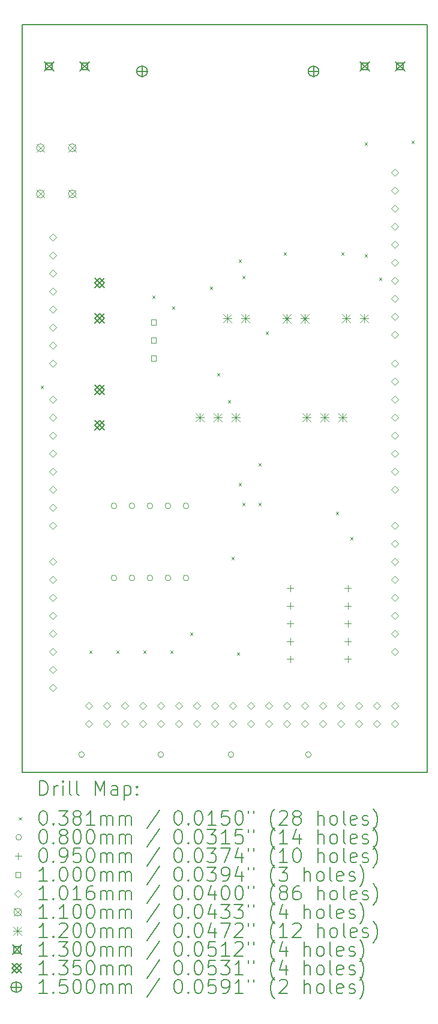
<source format=gbr>
%FSLAX45Y45*%
G04 Gerber Fmt 4.5, Leading zero omitted, Abs format (unit mm)*
G04 Created by KiCad (PCBNEW 6.0.0) date 2022-01-27 20:05:20*
%MOMM*%
%LPD*%
G01*
G04 APERTURE LIST*
%TA.AperFunction,Profile*%
%ADD10C,0.150000*%
%TD*%
%ADD11C,0.200000*%
%ADD12C,0.038100*%
%ADD13C,0.080000*%
%ADD14C,0.095000*%
%ADD15C,0.100000*%
%ADD16C,0.101600*%
%ADD17C,0.110000*%
%ADD18C,0.120000*%
%ADD19C,0.130000*%
%ADD20C,0.135000*%
%ADD21C,0.150000*%
G04 APERTURE END LIST*
D10*
X14986000Y-6223000D02*
X9271000Y-6223000D01*
X14986000Y-16764000D02*
X14986000Y-6223000D01*
X9271000Y-16764000D02*
X14986000Y-16764000D01*
X9271000Y-6223000D02*
X9271000Y-16764000D01*
D11*
D12*
X9531350Y-11309350D02*
X9569450Y-11347450D01*
X9569450Y-11309350D02*
X9531350Y-11347450D01*
X10217150Y-15043150D02*
X10255250Y-15081250D01*
X10255250Y-15043150D02*
X10217150Y-15081250D01*
X10598150Y-15043150D02*
X10636250Y-15081250D01*
X10636250Y-15043150D02*
X10598150Y-15081250D01*
X10979150Y-15043150D02*
X11017250Y-15081250D01*
X11017250Y-15043150D02*
X10979150Y-15081250D01*
X11106150Y-10039350D02*
X11144250Y-10077450D01*
X11144250Y-10039350D02*
X11106150Y-10077450D01*
X11360150Y-15043150D02*
X11398250Y-15081250D01*
X11398250Y-15043150D02*
X11360150Y-15081250D01*
X11385550Y-10191750D02*
X11423650Y-10229850D01*
X11423650Y-10191750D02*
X11385550Y-10229850D01*
X11639550Y-14789150D02*
X11677650Y-14827250D01*
X11677650Y-14789150D02*
X11639550Y-14827250D01*
X11918950Y-9912350D02*
X11957050Y-9950450D01*
X11957050Y-9912350D02*
X11918950Y-9950450D01*
X12020550Y-11131550D02*
X12058650Y-11169650D01*
X12058650Y-11131550D02*
X12020550Y-11169650D01*
X12172950Y-11512550D02*
X12211050Y-11550650D01*
X12211050Y-11512550D02*
X12172950Y-11550650D01*
X12223750Y-13722350D02*
X12261850Y-13760450D01*
X12261850Y-13722350D02*
X12223750Y-13760450D01*
X12299950Y-15068550D02*
X12338050Y-15106650D01*
X12338050Y-15068550D02*
X12299950Y-15106650D01*
X12325350Y-9531350D02*
X12363450Y-9569450D01*
X12363450Y-9531350D02*
X12325350Y-9569450D01*
X12325350Y-12680950D02*
X12363450Y-12719050D01*
X12363450Y-12680950D02*
X12325350Y-12719050D01*
X12376150Y-9759950D02*
X12414250Y-9798050D01*
X12414250Y-9759950D02*
X12376150Y-9798050D01*
X12376150Y-12960350D02*
X12414250Y-12998450D01*
X12414250Y-12960350D02*
X12376150Y-12998450D01*
X12604750Y-12401550D02*
X12642850Y-12439650D01*
X12642850Y-12401550D02*
X12604750Y-12439650D01*
X12604750Y-12960350D02*
X12642850Y-12998450D01*
X12642850Y-12960350D02*
X12604750Y-12998450D01*
X12706350Y-10547350D02*
X12744450Y-10585450D01*
X12744450Y-10547350D02*
X12706350Y-10585450D01*
X12960350Y-9429750D02*
X12998450Y-9467850D01*
X12998450Y-9429750D02*
X12960350Y-9467850D01*
X13696950Y-13087350D02*
X13735050Y-13125450D01*
X13735050Y-13087350D02*
X13696950Y-13125450D01*
X13773150Y-9429750D02*
X13811250Y-9467850D01*
X13811250Y-9429750D02*
X13773150Y-9467850D01*
X13900150Y-13442950D02*
X13938250Y-13481050D01*
X13938250Y-13442950D02*
X13900150Y-13481050D01*
X14103350Y-7880350D02*
X14141450Y-7918450D01*
X14141450Y-7880350D02*
X14103350Y-7918450D01*
X14103350Y-9455150D02*
X14141450Y-9493250D01*
X14141450Y-9455150D02*
X14103350Y-9493250D01*
X14306550Y-9785350D02*
X14344650Y-9823450D01*
X14344650Y-9785350D02*
X14306550Y-9823450D01*
X14763750Y-7854950D02*
X14801850Y-7893050D01*
X14801850Y-7854950D02*
X14763750Y-7893050D01*
D13*
X10149200Y-16510000D02*
G75*
G03*
X10149200Y-16510000I-40000J0D01*
G01*
X10606400Y-13003650D02*
G75*
G03*
X10606400Y-13003650I-40000J0D01*
G01*
X10606400Y-14019650D02*
G75*
G03*
X10606400Y-14019650I-40000J0D01*
G01*
X10860400Y-13003650D02*
G75*
G03*
X10860400Y-13003650I-40000J0D01*
G01*
X10860400Y-14019650D02*
G75*
G03*
X10860400Y-14019650I-40000J0D01*
G01*
X11114400Y-13003650D02*
G75*
G03*
X11114400Y-13003650I-40000J0D01*
G01*
X11114400Y-14019650D02*
G75*
G03*
X11114400Y-14019650I-40000J0D01*
G01*
X11266800Y-16510000D02*
G75*
G03*
X11266800Y-16510000I-40000J0D01*
G01*
X11368400Y-13003650D02*
G75*
G03*
X11368400Y-13003650I-40000J0D01*
G01*
X11368400Y-14019650D02*
G75*
G03*
X11368400Y-14019650I-40000J0D01*
G01*
X11622400Y-13003650D02*
G75*
G03*
X11622400Y-13003650I-40000J0D01*
G01*
X11622400Y-14019650D02*
G75*
G03*
X11622400Y-14019650I-40000J0D01*
G01*
X12257400Y-16510000D02*
G75*
G03*
X12257400Y-16510000I-40000J0D01*
G01*
X13349600Y-16510000D02*
G75*
G03*
X13349600Y-16510000I-40000J0D01*
G01*
D14*
X13055600Y-14116300D02*
X13055600Y-14211300D01*
X13008100Y-14163800D02*
X13103100Y-14163800D01*
X13055600Y-14366300D02*
X13055600Y-14461300D01*
X13008100Y-14413800D02*
X13103100Y-14413800D01*
X13055600Y-14616300D02*
X13055600Y-14711300D01*
X13008100Y-14663800D02*
X13103100Y-14663800D01*
X13055600Y-14866300D02*
X13055600Y-14961300D01*
X13008100Y-14913800D02*
X13103100Y-14913800D01*
X13055600Y-15116300D02*
X13055600Y-15211300D01*
X13008100Y-15163800D02*
X13103100Y-15163800D01*
X13868400Y-14116300D02*
X13868400Y-14211300D01*
X13820900Y-14163800D02*
X13915900Y-14163800D01*
X13868400Y-14366300D02*
X13868400Y-14461300D01*
X13820900Y-14413800D02*
X13915900Y-14413800D01*
X13868400Y-14616300D02*
X13868400Y-14711300D01*
X13820900Y-14663800D02*
X13915900Y-14663800D01*
X13868400Y-14866300D02*
X13868400Y-14961300D01*
X13820900Y-14913800D02*
X13915900Y-14913800D01*
X13868400Y-15116300D02*
X13868400Y-15211300D01*
X13820900Y-15163800D02*
X13915900Y-15163800D01*
D15*
X11160556Y-10449356D02*
X11160556Y-10378644D01*
X11089844Y-10378644D01*
X11089844Y-10449356D01*
X11160556Y-10449356D01*
X11160556Y-10703356D02*
X11160556Y-10632644D01*
X11089844Y-10632644D01*
X11089844Y-10703356D01*
X11160556Y-10703356D01*
X11160556Y-10957356D02*
X11160556Y-10886644D01*
X11089844Y-10886644D01*
X11089844Y-10957356D01*
X11160556Y-10957356D01*
D16*
X9702800Y-9271000D02*
X9753600Y-9220200D01*
X9702800Y-9169400D01*
X9652000Y-9220200D01*
X9702800Y-9271000D01*
X9702800Y-9525000D02*
X9753600Y-9474200D01*
X9702800Y-9423400D01*
X9652000Y-9474200D01*
X9702800Y-9525000D01*
X9702800Y-9779000D02*
X9753600Y-9728200D01*
X9702800Y-9677400D01*
X9652000Y-9728200D01*
X9702800Y-9779000D01*
X9702800Y-10033000D02*
X9753600Y-9982200D01*
X9702800Y-9931400D01*
X9652000Y-9982200D01*
X9702800Y-10033000D01*
X9702800Y-10287000D02*
X9753600Y-10236200D01*
X9702800Y-10185400D01*
X9652000Y-10236200D01*
X9702800Y-10287000D01*
X9702800Y-10541000D02*
X9753600Y-10490200D01*
X9702800Y-10439400D01*
X9652000Y-10490200D01*
X9702800Y-10541000D01*
X9702800Y-10795000D02*
X9753600Y-10744200D01*
X9702800Y-10693400D01*
X9652000Y-10744200D01*
X9702800Y-10795000D01*
X9702800Y-11049000D02*
X9753600Y-10998200D01*
X9702800Y-10947400D01*
X9652000Y-10998200D01*
X9702800Y-11049000D01*
X9702800Y-11557000D02*
X9753600Y-11506200D01*
X9702800Y-11455400D01*
X9652000Y-11506200D01*
X9702800Y-11557000D01*
X9702800Y-11811000D02*
X9753600Y-11760200D01*
X9702800Y-11709400D01*
X9652000Y-11760200D01*
X9702800Y-11811000D01*
X9702800Y-12065000D02*
X9753600Y-12014200D01*
X9702800Y-11963400D01*
X9652000Y-12014200D01*
X9702800Y-12065000D01*
X9702800Y-12319000D02*
X9753600Y-12268200D01*
X9702800Y-12217400D01*
X9652000Y-12268200D01*
X9702800Y-12319000D01*
X9702800Y-12573000D02*
X9753600Y-12522200D01*
X9702800Y-12471400D01*
X9652000Y-12522200D01*
X9702800Y-12573000D01*
X9702800Y-12827000D02*
X9753600Y-12776200D01*
X9702800Y-12725400D01*
X9652000Y-12776200D01*
X9702800Y-12827000D01*
X9702800Y-13081000D02*
X9753600Y-13030200D01*
X9702800Y-12979400D01*
X9652000Y-13030200D01*
X9702800Y-13081000D01*
X9702800Y-13335000D02*
X9753600Y-13284200D01*
X9702800Y-13233400D01*
X9652000Y-13284200D01*
X9702800Y-13335000D01*
X9702800Y-13843000D02*
X9753600Y-13792200D01*
X9702800Y-13741400D01*
X9652000Y-13792200D01*
X9702800Y-13843000D01*
X9702800Y-14097000D02*
X9753600Y-14046200D01*
X9702800Y-13995400D01*
X9652000Y-14046200D01*
X9702800Y-14097000D01*
X9702800Y-14351000D02*
X9753600Y-14300200D01*
X9702800Y-14249400D01*
X9652000Y-14300200D01*
X9702800Y-14351000D01*
X9702800Y-14605000D02*
X9753600Y-14554200D01*
X9702800Y-14503400D01*
X9652000Y-14554200D01*
X9702800Y-14605000D01*
X9702800Y-14859000D02*
X9753600Y-14808200D01*
X9702800Y-14757400D01*
X9652000Y-14808200D01*
X9702800Y-14859000D01*
X9702800Y-15113000D02*
X9753600Y-15062200D01*
X9702800Y-15011400D01*
X9652000Y-15062200D01*
X9702800Y-15113000D01*
X9702800Y-15367000D02*
X9753600Y-15316200D01*
X9702800Y-15265400D01*
X9652000Y-15316200D01*
X9702800Y-15367000D01*
X9702800Y-15621000D02*
X9753600Y-15570200D01*
X9702800Y-15519400D01*
X9652000Y-15570200D01*
X9702800Y-15621000D01*
X10210800Y-15875000D02*
X10261600Y-15824200D01*
X10210800Y-15773400D01*
X10160000Y-15824200D01*
X10210800Y-15875000D01*
X10210800Y-16129000D02*
X10261600Y-16078200D01*
X10210800Y-16027400D01*
X10160000Y-16078200D01*
X10210800Y-16129000D01*
X10464800Y-15875000D02*
X10515600Y-15824200D01*
X10464800Y-15773400D01*
X10414000Y-15824200D01*
X10464800Y-15875000D01*
X10464800Y-16129000D02*
X10515600Y-16078200D01*
X10464800Y-16027400D01*
X10414000Y-16078200D01*
X10464800Y-16129000D01*
X10718800Y-15875000D02*
X10769600Y-15824200D01*
X10718800Y-15773400D01*
X10668000Y-15824200D01*
X10718800Y-15875000D01*
X10718800Y-16129000D02*
X10769600Y-16078200D01*
X10718800Y-16027400D01*
X10668000Y-16078200D01*
X10718800Y-16129000D01*
X10972800Y-15875000D02*
X11023600Y-15824200D01*
X10972800Y-15773400D01*
X10922000Y-15824200D01*
X10972800Y-15875000D01*
X10972800Y-16129000D02*
X11023600Y-16078200D01*
X10972800Y-16027400D01*
X10922000Y-16078200D01*
X10972800Y-16129000D01*
X11226800Y-15875000D02*
X11277600Y-15824200D01*
X11226800Y-15773400D01*
X11176000Y-15824200D01*
X11226800Y-15875000D01*
X11226800Y-16129000D02*
X11277600Y-16078200D01*
X11226800Y-16027400D01*
X11176000Y-16078200D01*
X11226800Y-16129000D01*
X11480800Y-15875000D02*
X11531600Y-15824200D01*
X11480800Y-15773400D01*
X11430000Y-15824200D01*
X11480800Y-15875000D01*
X11480800Y-16129000D02*
X11531600Y-16078200D01*
X11480800Y-16027400D01*
X11430000Y-16078200D01*
X11480800Y-16129000D01*
X11734800Y-15875000D02*
X11785600Y-15824200D01*
X11734800Y-15773400D01*
X11684000Y-15824200D01*
X11734800Y-15875000D01*
X11734800Y-16129000D02*
X11785600Y-16078200D01*
X11734800Y-16027400D01*
X11684000Y-16078200D01*
X11734800Y-16129000D01*
X11988800Y-15875000D02*
X12039600Y-15824200D01*
X11988800Y-15773400D01*
X11938000Y-15824200D01*
X11988800Y-15875000D01*
X11988800Y-16129000D02*
X12039600Y-16078200D01*
X11988800Y-16027400D01*
X11938000Y-16078200D01*
X11988800Y-16129000D01*
X12242800Y-15875000D02*
X12293600Y-15824200D01*
X12242800Y-15773400D01*
X12192000Y-15824200D01*
X12242800Y-15875000D01*
X12242800Y-16129000D02*
X12293600Y-16078200D01*
X12242800Y-16027400D01*
X12192000Y-16078200D01*
X12242800Y-16129000D01*
X12496800Y-15875000D02*
X12547600Y-15824200D01*
X12496800Y-15773400D01*
X12446000Y-15824200D01*
X12496800Y-15875000D01*
X12496800Y-16129000D02*
X12547600Y-16078200D01*
X12496800Y-16027400D01*
X12446000Y-16078200D01*
X12496800Y-16129000D01*
X12750800Y-15875000D02*
X12801600Y-15824200D01*
X12750800Y-15773400D01*
X12700000Y-15824200D01*
X12750800Y-15875000D01*
X12750800Y-16129000D02*
X12801600Y-16078200D01*
X12750800Y-16027400D01*
X12700000Y-16078200D01*
X12750800Y-16129000D01*
X13004800Y-15875000D02*
X13055600Y-15824200D01*
X13004800Y-15773400D01*
X12954000Y-15824200D01*
X13004800Y-15875000D01*
X13004800Y-16129000D02*
X13055600Y-16078200D01*
X13004800Y-16027400D01*
X12954000Y-16078200D01*
X13004800Y-16129000D01*
X13258800Y-15875000D02*
X13309600Y-15824200D01*
X13258800Y-15773400D01*
X13208000Y-15824200D01*
X13258800Y-15875000D01*
X13258800Y-16129000D02*
X13309600Y-16078200D01*
X13258800Y-16027400D01*
X13208000Y-16078200D01*
X13258800Y-16129000D01*
X13512800Y-15875000D02*
X13563600Y-15824200D01*
X13512800Y-15773400D01*
X13462000Y-15824200D01*
X13512800Y-15875000D01*
X13512800Y-16129000D02*
X13563600Y-16078200D01*
X13512800Y-16027400D01*
X13462000Y-16078200D01*
X13512800Y-16129000D01*
X13766800Y-15875000D02*
X13817600Y-15824200D01*
X13766800Y-15773400D01*
X13716000Y-15824200D01*
X13766800Y-15875000D01*
X13766800Y-16129000D02*
X13817600Y-16078200D01*
X13766800Y-16027400D01*
X13716000Y-16078200D01*
X13766800Y-16129000D01*
X14020800Y-15875000D02*
X14071600Y-15824200D01*
X14020800Y-15773400D01*
X13970000Y-15824200D01*
X14020800Y-15875000D01*
X14020800Y-16129000D02*
X14071600Y-16078200D01*
X14020800Y-16027400D01*
X13970000Y-16078200D01*
X14020800Y-16129000D01*
X14274800Y-15875000D02*
X14325600Y-15824200D01*
X14274800Y-15773400D01*
X14224000Y-15824200D01*
X14274800Y-15875000D01*
X14274800Y-16129000D02*
X14325600Y-16078200D01*
X14274800Y-16027400D01*
X14224000Y-16078200D01*
X14274800Y-16129000D01*
X14528800Y-8356600D02*
X14579600Y-8305800D01*
X14528800Y-8255000D01*
X14478000Y-8305800D01*
X14528800Y-8356600D01*
X14528800Y-8610600D02*
X14579600Y-8559800D01*
X14528800Y-8509000D01*
X14478000Y-8559800D01*
X14528800Y-8610600D01*
X14528800Y-8864600D02*
X14579600Y-8813800D01*
X14528800Y-8763000D01*
X14478000Y-8813800D01*
X14528800Y-8864600D01*
X14528800Y-9118600D02*
X14579600Y-9067800D01*
X14528800Y-9017000D01*
X14478000Y-9067800D01*
X14528800Y-9118600D01*
X14528800Y-9372600D02*
X14579600Y-9321800D01*
X14528800Y-9271000D01*
X14478000Y-9321800D01*
X14528800Y-9372600D01*
X14528800Y-9626600D02*
X14579600Y-9575800D01*
X14528800Y-9525000D01*
X14478000Y-9575800D01*
X14528800Y-9626600D01*
X14528800Y-9880600D02*
X14579600Y-9829800D01*
X14528800Y-9779000D01*
X14478000Y-9829800D01*
X14528800Y-9880600D01*
X14528800Y-10134600D02*
X14579600Y-10083800D01*
X14528800Y-10033000D01*
X14478000Y-10083800D01*
X14528800Y-10134600D01*
X14528800Y-10388600D02*
X14579600Y-10337800D01*
X14528800Y-10287000D01*
X14478000Y-10337800D01*
X14528800Y-10388600D01*
X14528800Y-10642600D02*
X14579600Y-10591800D01*
X14528800Y-10541000D01*
X14478000Y-10591800D01*
X14528800Y-10642600D01*
X14528800Y-11049000D02*
X14579600Y-10998200D01*
X14528800Y-10947400D01*
X14478000Y-10998200D01*
X14528800Y-11049000D01*
X14528800Y-11303000D02*
X14579600Y-11252200D01*
X14528800Y-11201400D01*
X14478000Y-11252200D01*
X14528800Y-11303000D01*
X14528800Y-11557000D02*
X14579600Y-11506200D01*
X14528800Y-11455400D01*
X14478000Y-11506200D01*
X14528800Y-11557000D01*
X14528800Y-11811000D02*
X14579600Y-11760200D01*
X14528800Y-11709400D01*
X14478000Y-11760200D01*
X14528800Y-11811000D01*
X14528800Y-12065000D02*
X14579600Y-12014200D01*
X14528800Y-11963400D01*
X14478000Y-12014200D01*
X14528800Y-12065000D01*
X14528800Y-12319000D02*
X14579600Y-12268200D01*
X14528800Y-12217400D01*
X14478000Y-12268200D01*
X14528800Y-12319000D01*
X14528800Y-12573000D02*
X14579600Y-12522200D01*
X14528800Y-12471400D01*
X14478000Y-12522200D01*
X14528800Y-12573000D01*
X14528800Y-12827000D02*
X14579600Y-12776200D01*
X14528800Y-12725400D01*
X14478000Y-12776200D01*
X14528800Y-12827000D01*
X14528800Y-13335000D02*
X14579600Y-13284200D01*
X14528800Y-13233400D01*
X14478000Y-13284200D01*
X14528800Y-13335000D01*
X14528800Y-13589000D02*
X14579600Y-13538200D01*
X14528800Y-13487400D01*
X14478000Y-13538200D01*
X14528800Y-13589000D01*
X14528800Y-13843000D02*
X14579600Y-13792200D01*
X14528800Y-13741400D01*
X14478000Y-13792200D01*
X14528800Y-13843000D01*
X14528800Y-14097000D02*
X14579600Y-14046200D01*
X14528800Y-13995400D01*
X14478000Y-14046200D01*
X14528800Y-14097000D01*
X14528800Y-14351000D02*
X14579600Y-14300200D01*
X14528800Y-14249400D01*
X14478000Y-14300200D01*
X14528800Y-14351000D01*
X14528800Y-14605000D02*
X14579600Y-14554200D01*
X14528800Y-14503400D01*
X14478000Y-14554200D01*
X14528800Y-14605000D01*
X14528800Y-14859000D02*
X14579600Y-14808200D01*
X14528800Y-14757400D01*
X14478000Y-14808200D01*
X14528800Y-14859000D01*
X14528800Y-15113000D02*
X14579600Y-15062200D01*
X14528800Y-15011400D01*
X14478000Y-15062200D01*
X14528800Y-15113000D01*
X14528800Y-15875000D02*
X14579600Y-15824200D01*
X14528800Y-15773400D01*
X14478000Y-15824200D01*
X14528800Y-15875000D01*
X14528800Y-16129000D02*
X14579600Y-16078200D01*
X14528800Y-16027400D01*
X14478000Y-16078200D01*
X14528800Y-16129000D01*
D17*
X9473600Y-7900400D02*
X9583600Y-8010400D01*
X9583600Y-7900400D02*
X9473600Y-8010400D01*
X9583600Y-7955400D02*
G75*
G03*
X9583600Y-7955400I-55000J0D01*
G01*
X9473600Y-8550400D02*
X9583600Y-8660400D01*
X9583600Y-8550400D02*
X9473600Y-8660400D01*
X9583600Y-8605400D02*
G75*
G03*
X9583600Y-8605400I-55000J0D01*
G01*
X9923600Y-7900400D02*
X10033600Y-8010400D01*
X10033600Y-7900400D02*
X9923600Y-8010400D01*
X10033600Y-7955400D02*
G75*
G03*
X10033600Y-7955400I-55000J0D01*
G01*
X9923600Y-8550400D02*
X10033600Y-8660400D01*
X10033600Y-8550400D02*
X9923600Y-8660400D01*
X10033600Y-8605400D02*
G75*
G03*
X10033600Y-8605400I-55000J0D01*
G01*
D18*
X11720600Y-11696600D02*
X11840600Y-11816600D01*
X11840600Y-11696600D02*
X11720600Y-11816600D01*
X11780600Y-11696600D02*
X11780600Y-11816600D01*
X11720600Y-11756600D02*
X11840600Y-11756600D01*
X11974600Y-11696600D02*
X12094600Y-11816600D01*
X12094600Y-11696600D02*
X11974600Y-11816600D01*
X12034600Y-11696600D02*
X12034600Y-11816600D01*
X11974600Y-11756600D02*
X12094600Y-11756600D01*
X12106600Y-10301200D02*
X12226600Y-10421200D01*
X12226600Y-10301200D02*
X12106600Y-10421200D01*
X12166600Y-10301200D02*
X12166600Y-10421200D01*
X12106600Y-10361200D02*
X12226600Y-10361200D01*
X12228600Y-11696600D02*
X12348600Y-11816600D01*
X12348600Y-11696600D02*
X12228600Y-11816600D01*
X12288600Y-11696600D02*
X12288600Y-11816600D01*
X12228600Y-11756600D02*
X12348600Y-11756600D01*
X12360600Y-10301200D02*
X12480600Y-10421200D01*
X12480600Y-10301200D02*
X12360600Y-10421200D01*
X12420600Y-10301200D02*
X12420600Y-10421200D01*
X12360600Y-10361200D02*
X12480600Y-10361200D01*
X12944800Y-10303200D02*
X13064800Y-10423200D01*
X13064800Y-10303200D02*
X12944800Y-10423200D01*
X13004800Y-10303200D02*
X13004800Y-10423200D01*
X12944800Y-10363200D02*
X13064800Y-10363200D01*
X13198800Y-10303200D02*
X13318800Y-10423200D01*
X13318800Y-10303200D02*
X13198800Y-10423200D01*
X13258800Y-10303200D02*
X13258800Y-10423200D01*
X13198800Y-10363200D02*
X13318800Y-10363200D01*
X13225550Y-11696600D02*
X13345550Y-11816600D01*
X13345550Y-11696600D02*
X13225550Y-11816600D01*
X13285550Y-11696600D02*
X13285550Y-11816600D01*
X13225550Y-11756600D02*
X13345550Y-11756600D01*
X13479550Y-11696600D02*
X13599550Y-11816600D01*
X13599550Y-11696600D02*
X13479550Y-11816600D01*
X13539550Y-11696600D02*
X13539550Y-11816600D01*
X13479550Y-11756600D02*
X13599550Y-11756600D01*
X13733550Y-11696600D02*
X13853550Y-11816600D01*
X13853550Y-11696600D02*
X13733550Y-11816600D01*
X13793550Y-11696600D02*
X13793550Y-11816600D01*
X13733550Y-11756600D02*
X13853550Y-11756600D01*
X13783000Y-10301200D02*
X13903000Y-10421200D01*
X13903000Y-10301200D02*
X13783000Y-10421200D01*
X13843000Y-10301200D02*
X13843000Y-10421200D01*
X13783000Y-10361200D02*
X13903000Y-10361200D01*
X14037000Y-10301200D02*
X14157000Y-10421200D01*
X14157000Y-10301200D02*
X14037000Y-10421200D01*
X14097000Y-10301200D02*
X14097000Y-10421200D01*
X14037000Y-10361200D02*
X14157000Y-10361200D01*
D19*
X9587000Y-6742200D02*
X9717000Y-6872200D01*
X9717000Y-6742200D02*
X9587000Y-6872200D01*
X9697962Y-6853162D02*
X9697962Y-6761238D01*
X9606038Y-6761238D01*
X9606038Y-6853162D01*
X9697962Y-6853162D01*
X10087000Y-6742200D02*
X10217000Y-6872200D01*
X10217000Y-6742200D02*
X10087000Y-6872200D01*
X10197962Y-6853162D02*
X10197962Y-6761238D01*
X10106038Y-6761238D01*
X10106038Y-6853162D01*
X10197962Y-6853162D01*
X14040000Y-6742200D02*
X14170000Y-6872200D01*
X14170000Y-6742200D02*
X14040000Y-6872200D01*
X14150962Y-6853162D02*
X14150962Y-6761238D01*
X14059038Y-6761238D01*
X14059038Y-6853162D01*
X14150962Y-6853162D01*
X14540000Y-6742200D02*
X14670000Y-6872200D01*
X14670000Y-6742200D02*
X14540000Y-6872200D01*
X14650962Y-6853162D02*
X14650962Y-6761238D01*
X14559038Y-6761238D01*
X14559038Y-6853162D01*
X14650962Y-6853162D01*
D20*
X10295700Y-9795700D02*
X10430700Y-9930700D01*
X10430700Y-9795700D02*
X10295700Y-9930700D01*
X10363200Y-9930700D02*
X10430700Y-9863200D01*
X10363200Y-9795700D01*
X10295700Y-9863200D01*
X10363200Y-9930700D01*
X10295700Y-10295700D02*
X10430700Y-10430700D01*
X10430700Y-10295700D02*
X10295700Y-10430700D01*
X10363200Y-10430700D02*
X10430700Y-10363200D01*
X10363200Y-10295700D01*
X10295700Y-10363200D01*
X10363200Y-10430700D01*
X10295700Y-11295700D02*
X10430700Y-11430700D01*
X10430700Y-11295700D02*
X10295700Y-11430700D01*
X10363200Y-11430700D02*
X10430700Y-11363200D01*
X10363200Y-11295700D01*
X10295700Y-11363200D01*
X10363200Y-11430700D01*
X10295700Y-11795700D02*
X10430700Y-11930700D01*
X10430700Y-11795700D02*
X10295700Y-11930700D01*
X10363200Y-11930700D02*
X10430700Y-11863200D01*
X10363200Y-11795700D01*
X10295700Y-11863200D01*
X10363200Y-11930700D01*
D21*
X10962950Y-6802100D02*
X10962950Y-6952100D01*
X10887950Y-6877100D02*
X11037950Y-6877100D01*
X11037950Y-6877100D02*
G75*
G03*
X11037950Y-6877100I-75000J0D01*
G01*
X13382950Y-6802100D02*
X13382950Y-6952100D01*
X13307950Y-6877100D02*
X13457950Y-6877100D01*
X13457950Y-6877100D02*
G75*
G03*
X13457950Y-6877100I-75000J0D01*
G01*
D11*
X9521119Y-17081976D02*
X9521119Y-16881976D01*
X9568738Y-16881976D01*
X9597310Y-16891500D01*
X9616357Y-16910548D01*
X9625881Y-16929595D01*
X9635405Y-16967690D01*
X9635405Y-16996262D01*
X9625881Y-17034357D01*
X9616357Y-17053405D01*
X9597310Y-17072452D01*
X9568738Y-17081976D01*
X9521119Y-17081976D01*
X9721119Y-17081976D02*
X9721119Y-16948643D01*
X9721119Y-16986738D02*
X9730643Y-16967690D01*
X9740167Y-16958167D01*
X9759214Y-16948643D01*
X9778262Y-16948643D01*
X9844929Y-17081976D02*
X9844929Y-16948643D01*
X9844929Y-16881976D02*
X9835405Y-16891500D01*
X9844929Y-16901024D01*
X9854452Y-16891500D01*
X9844929Y-16881976D01*
X9844929Y-16901024D01*
X9968738Y-17081976D02*
X9949690Y-17072452D01*
X9940167Y-17053405D01*
X9940167Y-16881976D01*
X10073500Y-17081976D02*
X10054452Y-17072452D01*
X10044929Y-17053405D01*
X10044929Y-16881976D01*
X10302071Y-17081976D02*
X10302071Y-16881976D01*
X10368738Y-17024833D01*
X10435405Y-16881976D01*
X10435405Y-17081976D01*
X10616357Y-17081976D02*
X10616357Y-16977214D01*
X10606833Y-16958167D01*
X10587786Y-16948643D01*
X10549690Y-16948643D01*
X10530643Y-16958167D01*
X10616357Y-17072452D02*
X10597310Y-17081976D01*
X10549690Y-17081976D01*
X10530643Y-17072452D01*
X10521119Y-17053405D01*
X10521119Y-17034357D01*
X10530643Y-17015310D01*
X10549690Y-17005786D01*
X10597310Y-17005786D01*
X10616357Y-16996262D01*
X10711595Y-16948643D02*
X10711595Y-17148643D01*
X10711595Y-16958167D02*
X10730643Y-16948643D01*
X10768738Y-16948643D01*
X10787786Y-16958167D01*
X10797310Y-16967690D01*
X10806833Y-16986738D01*
X10806833Y-17043881D01*
X10797310Y-17062929D01*
X10787786Y-17072452D01*
X10768738Y-17081976D01*
X10730643Y-17081976D01*
X10711595Y-17072452D01*
X10892548Y-17062929D02*
X10902071Y-17072452D01*
X10892548Y-17081976D01*
X10883024Y-17072452D01*
X10892548Y-17062929D01*
X10892548Y-17081976D01*
X10892548Y-16958167D02*
X10902071Y-16967690D01*
X10892548Y-16977214D01*
X10883024Y-16967690D01*
X10892548Y-16958167D01*
X10892548Y-16977214D01*
D12*
X9225400Y-17392450D02*
X9263500Y-17430550D01*
X9263500Y-17392450D02*
X9225400Y-17430550D01*
D11*
X9559214Y-17301976D02*
X9578262Y-17301976D01*
X9597310Y-17311500D01*
X9606833Y-17321024D01*
X9616357Y-17340071D01*
X9625881Y-17378167D01*
X9625881Y-17425786D01*
X9616357Y-17463881D01*
X9606833Y-17482929D01*
X9597310Y-17492452D01*
X9578262Y-17501976D01*
X9559214Y-17501976D01*
X9540167Y-17492452D01*
X9530643Y-17482929D01*
X9521119Y-17463881D01*
X9511595Y-17425786D01*
X9511595Y-17378167D01*
X9521119Y-17340071D01*
X9530643Y-17321024D01*
X9540167Y-17311500D01*
X9559214Y-17301976D01*
X9711595Y-17482929D02*
X9721119Y-17492452D01*
X9711595Y-17501976D01*
X9702071Y-17492452D01*
X9711595Y-17482929D01*
X9711595Y-17501976D01*
X9787786Y-17301976D02*
X9911595Y-17301976D01*
X9844929Y-17378167D01*
X9873500Y-17378167D01*
X9892548Y-17387690D01*
X9902071Y-17397214D01*
X9911595Y-17416262D01*
X9911595Y-17463881D01*
X9902071Y-17482929D01*
X9892548Y-17492452D01*
X9873500Y-17501976D01*
X9816357Y-17501976D01*
X9797310Y-17492452D01*
X9787786Y-17482929D01*
X10025881Y-17387690D02*
X10006833Y-17378167D01*
X9997310Y-17368643D01*
X9987786Y-17349595D01*
X9987786Y-17340071D01*
X9997310Y-17321024D01*
X10006833Y-17311500D01*
X10025881Y-17301976D01*
X10063976Y-17301976D01*
X10083024Y-17311500D01*
X10092548Y-17321024D01*
X10102071Y-17340071D01*
X10102071Y-17349595D01*
X10092548Y-17368643D01*
X10083024Y-17378167D01*
X10063976Y-17387690D01*
X10025881Y-17387690D01*
X10006833Y-17397214D01*
X9997310Y-17406738D01*
X9987786Y-17425786D01*
X9987786Y-17463881D01*
X9997310Y-17482929D01*
X10006833Y-17492452D01*
X10025881Y-17501976D01*
X10063976Y-17501976D01*
X10083024Y-17492452D01*
X10092548Y-17482929D01*
X10102071Y-17463881D01*
X10102071Y-17425786D01*
X10092548Y-17406738D01*
X10083024Y-17397214D01*
X10063976Y-17387690D01*
X10292548Y-17501976D02*
X10178262Y-17501976D01*
X10235405Y-17501976D02*
X10235405Y-17301976D01*
X10216357Y-17330548D01*
X10197310Y-17349595D01*
X10178262Y-17359119D01*
X10378262Y-17501976D02*
X10378262Y-17368643D01*
X10378262Y-17387690D02*
X10387786Y-17378167D01*
X10406833Y-17368643D01*
X10435405Y-17368643D01*
X10454452Y-17378167D01*
X10463976Y-17397214D01*
X10463976Y-17501976D01*
X10463976Y-17397214D02*
X10473500Y-17378167D01*
X10492548Y-17368643D01*
X10521119Y-17368643D01*
X10540167Y-17378167D01*
X10549690Y-17397214D01*
X10549690Y-17501976D01*
X10644929Y-17501976D02*
X10644929Y-17368643D01*
X10644929Y-17387690D02*
X10654452Y-17378167D01*
X10673500Y-17368643D01*
X10702071Y-17368643D01*
X10721119Y-17378167D01*
X10730643Y-17397214D01*
X10730643Y-17501976D01*
X10730643Y-17397214D02*
X10740167Y-17378167D01*
X10759214Y-17368643D01*
X10787786Y-17368643D01*
X10806833Y-17378167D01*
X10816357Y-17397214D01*
X10816357Y-17501976D01*
X11206833Y-17292452D02*
X11035405Y-17549595D01*
X11463976Y-17301976D02*
X11483024Y-17301976D01*
X11502071Y-17311500D01*
X11511595Y-17321024D01*
X11521119Y-17340071D01*
X11530643Y-17378167D01*
X11530643Y-17425786D01*
X11521119Y-17463881D01*
X11511595Y-17482929D01*
X11502071Y-17492452D01*
X11483024Y-17501976D01*
X11463976Y-17501976D01*
X11444928Y-17492452D01*
X11435405Y-17482929D01*
X11425881Y-17463881D01*
X11416357Y-17425786D01*
X11416357Y-17378167D01*
X11425881Y-17340071D01*
X11435405Y-17321024D01*
X11444928Y-17311500D01*
X11463976Y-17301976D01*
X11616357Y-17482929D02*
X11625881Y-17492452D01*
X11616357Y-17501976D01*
X11606833Y-17492452D01*
X11616357Y-17482929D01*
X11616357Y-17501976D01*
X11749690Y-17301976D02*
X11768738Y-17301976D01*
X11787786Y-17311500D01*
X11797309Y-17321024D01*
X11806833Y-17340071D01*
X11816357Y-17378167D01*
X11816357Y-17425786D01*
X11806833Y-17463881D01*
X11797309Y-17482929D01*
X11787786Y-17492452D01*
X11768738Y-17501976D01*
X11749690Y-17501976D01*
X11730643Y-17492452D01*
X11721119Y-17482929D01*
X11711595Y-17463881D01*
X11702071Y-17425786D01*
X11702071Y-17378167D01*
X11711595Y-17340071D01*
X11721119Y-17321024D01*
X11730643Y-17311500D01*
X11749690Y-17301976D01*
X12006833Y-17501976D02*
X11892548Y-17501976D01*
X11949690Y-17501976D02*
X11949690Y-17301976D01*
X11930643Y-17330548D01*
X11911595Y-17349595D01*
X11892548Y-17359119D01*
X12187786Y-17301976D02*
X12092548Y-17301976D01*
X12083024Y-17397214D01*
X12092548Y-17387690D01*
X12111595Y-17378167D01*
X12159214Y-17378167D01*
X12178262Y-17387690D01*
X12187786Y-17397214D01*
X12197309Y-17416262D01*
X12197309Y-17463881D01*
X12187786Y-17482929D01*
X12178262Y-17492452D01*
X12159214Y-17501976D01*
X12111595Y-17501976D01*
X12092548Y-17492452D01*
X12083024Y-17482929D01*
X12321119Y-17301976D02*
X12340167Y-17301976D01*
X12359214Y-17311500D01*
X12368738Y-17321024D01*
X12378262Y-17340071D01*
X12387786Y-17378167D01*
X12387786Y-17425786D01*
X12378262Y-17463881D01*
X12368738Y-17482929D01*
X12359214Y-17492452D01*
X12340167Y-17501976D01*
X12321119Y-17501976D01*
X12302071Y-17492452D01*
X12292548Y-17482929D01*
X12283024Y-17463881D01*
X12273500Y-17425786D01*
X12273500Y-17378167D01*
X12283024Y-17340071D01*
X12292548Y-17321024D01*
X12302071Y-17311500D01*
X12321119Y-17301976D01*
X12463976Y-17301976D02*
X12463976Y-17340071D01*
X12540167Y-17301976D02*
X12540167Y-17340071D01*
X12835405Y-17578167D02*
X12825881Y-17568643D01*
X12806833Y-17540071D01*
X12797309Y-17521024D01*
X12787786Y-17492452D01*
X12778262Y-17444833D01*
X12778262Y-17406738D01*
X12787786Y-17359119D01*
X12797309Y-17330548D01*
X12806833Y-17311500D01*
X12825881Y-17282929D01*
X12835405Y-17273405D01*
X12902071Y-17321024D02*
X12911595Y-17311500D01*
X12930643Y-17301976D01*
X12978262Y-17301976D01*
X12997309Y-17311500D01*
X13006833Y-17321024D01*
X13016357Y-17340071D01*
X13016357Y-17359119D01*
X13006833Y-17387690D01*
X12892548Y-17501976D01*
X13016357Y-17501976D01*
X13130643Y-17387690D02*
X13111595Y-17378167D01*
X13102071Y-17368643D01*
X13092548Y-17349595D01*
X13092548Y-17340071D01*
X13102071Y-17321024D01*
X13111595Y-17311500D01*
X13130643Y-17301976D01*
X13168738Y-17301976D01*
X13187786Y-17311500D01*
X13197309Y-17321024D01*
X13206833Y-17340071D01*
X13206833Y-17349595D01*
X13197309Y-17368643D01*
X13187786Y-17378167D01*
X13168738Y-17387690D01*
X13130643Y-17387690D01*
X13111595Y-17397214D01*
X13102071Y-17406738D01*
X13092548Y-17425786D01*
X13092548Y-17463881D01*
X13102071Y-17482929D01*
X13111595Y-17492452D01*
X13130643Y-17501976D01*
X13168738Y-17501976D01*
X13187786Y-17492452D01*
X13197309Y-17482929D01*
X13206833Y-17463881D01*
X13206833Y-17425786D01*
X13197309Y-17406738D01*
X13187786Y-17397214D01*
X13168738Y-17387690D01*
X13444928Y-17501976D02*
X13444928Y-17301976D01*
X13530643Y-17501976D02*
X13530643Y-17397214D01*
X13521119Y-17378167D01*
X13502071Y-17368643D01*
X13473500Y-17368643D01*
X13454452Y-17378167D01*
X13444928Y-17387690D01*
X13654452Y-17501976D02*
X13635405Y-17492452D01*
X13625881Y-17482929D01*
X13616357Y-17463881D01*
X13616357Y-17406738D01*
X13625881Y-17387690D01*
X13635405Y-17378167D01*
X13654452Y-17368643D01*
X13683024Y-17368643D01*
X13702071Y-17378167D01*
X13711595Y-17387690D01*
X13721119Y-17406738D01*
X13721119Y-17463881D01*
X13711595Y-17482929D01*
X13702071Y-17492452D01*
X13683024Y-17501976D01*
X13654452Y-17501976D01*
X13835405Y-17501976D02*
X13816357Y-17492452D01*
X13806833Y-17473405D01*
X13806833Y-17301976D01*
X13987786Y-17492452D02*
X13968738Y-17501976D01*
X13930643Y-17501976D01*
X13911595Y-17492452D01*
X13902071Y-17473405D01*
X13902071Y-17397214D01*
X13911595Y-17378167D01*
X13930643Y-17368643D01*
X13968738Y-17368643D01*
X13987786Y-17378167D01*
X13997309Y-17397214D01*
X13997309Y-17416262D01*
X13902071Y-17435310D01*
X14073500Y-17492452D02*
X14092548Y-17501976D01*
X14130643Y-17501976D01*
X14149690Y-17492452D01*
X14159214Y-17473405D01*
X14159214Y-17463881D01*
X14149690Y-17444833D01*
X14130643Y-17435310D01*
X14102071Y-17435310D01*
X14083024Y-17425786D01*
X14073500Y-17406738D01*
X14073500Y-17397214D01*
X14083024Y-17378167D01*
X14102071Y-17368643D01*
X14130643Y-17368643D01*
X14149690Y-17378167D01*
X14225881Y-17578167D02*
X14235405Y-17568643D01*
X14254452Y-17540071D01*
X14263976Y-17521024D01*
X14273500Y-17492452D01*
X14283024Y-17444833D01*
X14283024Y-17406738D01*
X14273500Y-17359119D01*
X14263976Y-17330548D01*
X14254452Y-17311500D01*
X14235405Y-17282929D01*
X14225881Y-17273405D01*
D13*
X9263500Y-17675500D02*
G75*
G03*
X9263500Y-17675500I-40000J0D01*
G01*
D11*
X9559214Y-17565976D02*
X9578262Y-17565976D01*
X9597310Y-17575500D01*
X9606833Y-17585024D01*
X9616357Y-17604071D01*
X9625881Y-17642167D01*
X9625881Y-17689786D01*
X9616357Y-17727881D01*
X9606833Y-17746929D01*
X9597310Y-17756452D01*
X9578262Y-17765976D01*
X9559214Y-17765976D01*
X9540167Y-17756452D01*
X9530643Y-17746929D01*
X9521119Y-17727881D01*
X9511595Y-17689786D01*
X9511595Y-17642167D01*
X9521119Y-17604071D01*
X9530643Y-17585024D01*
X9540167Y-17575500D01*
X9559214Y-17565976D01*
X9711595Y-17746929D02*
X9721119Y-17756452D01*
X9711595Y-17765976D01*
X9702071Y-17756452D01*
X9711595Y-17746929D01*
X9711595Y-17765976D01*
X9835405Y-17651690D02*
X9816357Y-17642167D01*
X9806833Y-17632643D01*
X9797310Y-17613595D01*
X9797310Y-17604071D01*
X9806833Y-17585024D01*
X9816357Y-17575500D01*
X9835405Y-17565976D01*
X9873500Y-17565976D01*
X9892548Y-17575500D01*
X9902071Y-17585024D01*
X9911595Y-17604071D01*
X9911595Y-17613595D01*
X9902071Y-17632643D01*
X9892548Y-17642167D01*
X9873500Y-17651690D01*
X9835405Y-17651690D01*
X9816357Y-17661214D01*
X9806833Y-17670738D01*
X9797310Y-17689786D01*
X9797310Y-17727881D01*
X9806833Y-17746929D01*
X9816357Y-17756452D01*
X9835405Y-17765976D01*
X9873500Y-17765976D01*
X9892548Y-17756452D01*
X9902071Y-17746929D01*
X9911595Y-17727881D01*
X9911595Y-17689786D01*
X9902071Y-17670738D01*
X9892548Y-17661214D01*
X9873500Y-17651690D01*
X10035405Y-17565976D02*
X10054452Y-17565976D01*
X10073500Y-17575500D01*
X10083024Y-17585024D01*
X10092548Y-17604071D01*
X10102071Y-17642167D01*
X10102071Y-17689786D01*
X10092548Y-17727881D01*
X10083024Y-17746929D01*
X10073500Y-17756452D01*
X10054452Y-17765976D01*
X10035405Y-17765976D01*
X10016357Y-17756452D01*
X10006833Y-17746929D01*
X9997310Y-17727881D01*
X9987786Y-17689786D01*
X9987786Y-17642167D01*
X9997310Y-17604071D01*
X10006833Y-17585024D01*
X10016357Y-17575500D01*
X10035405Y-17565976D01*
X10225881Y-17565976D02*
X10244929Y-17565976D01*
X10263976Y-17575500D01*
X10273500Y-17585024D01*
X10283024Y-17604071D01*
X10292548Y-17642167D01*
X10292548Y-17689786D01*
X10283024Y-17727881D01*
X10273500Y-17746929D01*
X10263976Y-17756452D01*
X10244929Y-17765976D01*
X10225881Y-17765976D01*
X10206833Y-17756452D01*
X10197310Y-17746929D01*
X10187786Y-17727881D01*
X10178262Y-17689786D01*
X10178262Y-17642167D01*
X10187786Y-17604071D01*
X10197310Y-17585024D01*
X10206833Y-17575500D01*
X10225881Y-17565976D01*
X10378262Y-17765976D02*
X10378262Y-17632643D01*
X10378262Y-17651690D02*
X10387786Y-17642167D01*
X10406833Y-17632643D01*
X10435405Y-17632643D01*
X10454452Y-17642167D01*
X10463976Y-17661214D01*
X10463976Y-17765976D01*
X10463976Y-17661214D02*
X10473500Y-17642167D01*
X10492548Y-17632643D01*
X10521119Y-17632643D01*
X10540167Y-17642167D01*
X10549690Y-17661214D01*
X10549690Y-17765976D01*
X10644929Y-17765976D02*
X10644929Y-17632643D01*
X10644929Y-17651690D02*
X10654452Y-17642167D01*
X10673500Y-17632643D01*
X10702071Y-17632643D01*
X10721119Y-17642167D01*
X10730643Y-17661214D01*
X10730643Y-17765976D01*
X10730643Y-17661214D02*
X10740167Y-17642167D01*
X10759214Y-17632643D01*
X10787786Y-17632643D01*
X10806833Y-17642167D01*
X10816357Y-17661214D01*
X10816357Y-17765976D01*
X11206833Y-17556452D02*
X11035405Y-17813595D01*
X11463976Y-17565976D02*
X11483024Y-17565976D01*
X11502071Y-17575500D01*
X11511595Y-17585024D01*
X11521119Y-17604071D01*
X11530643Y-17642167D01*
X11530643Y-17689786D01*
X11521119Y-17727881D01*
X11511595Y-17746929D01*
X11502071Y-17756452D01*
X11483024Y-17765976D01*
X11463976Y-17765976D01*
X11444928Y-17756452D01*
X11435405Y-17746929D01*
X11425881Y-17727881D01*
X11416357Y-17689786D01*
X11416357Y-17642167D01*
X11425881Y-17604071D01*
X11435405Y-17585024D01*
X11444928Y-17575500D01*
X11463976Y-17565976D01*
X11616357Y-17746929D02*
X11625881Y-17756452D01*
X11616357Y-17765976D01*
X11606833Y-17756452D01*
X11616357Y-17746929D01*
X11616357Y-17765976D01*
X11749690Y-17565976D02*
X11768738Y-17565976D01*
X11787786Y-17575500D01*
X11797309Y-17585024D01*
X11806833Y-17604071D01*
X11816357Y-17642167D01*
X11816357Y-17689786D01*
X11806833Y-17727881D01*
X11797309Y-17746929D01*
X11787786Y-17756452D01*
X11768738Y-17765976D01*
X11749690Y-17765976D01*
X11730643Y-17756452D01*
X11721119Y-17746929D01*
X11711595Y-17727881D01*
X11702071Y-17689786D01*
X11702071Y-17642167D01*
X11711595Y-17604071D01*
X11721119Y-17585024D01*
X11730643Y-17575500D01*
X11749690Y-17565976D01*
X11883024Y-17565976D02*
X12006833Y-17565976D01*
X11940167Y-17642167D01*
X11968738Y-17642167D01*
X11987786Y-17651690D01*
X11997309Y-17661214D01*
X12006833Y-17680262D01*
X12006833Y-17727881D01*
X11997309Y-17746929D01*
X11987786Y-17756452D01*
X11968738Y-17765976D01*
X11911595Y-17765976D01*
X11892548Y-17756452D01*
X11883024Y-17746929D01*
X12197309Y-17765976D02*
X12083024Y-17765976D01*
X12140167Y-17765976D02*
X12140167Y-17565976D01*
X12121119Y-17594548D01*
X12102071Y-17613595D01*
X12083024Y-17623119D01*
X12378262Y-17565976D02*
X12283024Y-17565976D01*
X12273500Y-17661214D01*
X12283024Y-17651690D01*
X12302071Y-17642167D01*
X12349690Y-17642167D01*
X12368738Y-17651690D01*
X12378262Y-17661214D01*
X12387786Y-17680262D01*
X12387786Y-17727881D01*
X12378262Y-17746929D01*
X12368738Y-17756452D01*
X12349690Y-17765976D01*
X12302071Y-17765976D01*
X12283024Y-17756452D01*
X12273500Y-17746929D01*
X12463976Y-17565976D02*
X12463976Y-17604071D01*
X12540167Y-17565976D02*
X12540167Y-17604071D01*
X12835405Y-17842167D02*
X12825881Y-17832643D01*
X12806833Y-17804071D01*
X12797309Y-17785024D01*
X12787786Y-17756452D01*
X12778262Y-17708833D01*
X12778262Y-17670738D01*
X12787786Y-17623119D01*
X12797309Y-17594548D01*
X12806833Y-17575500D01*
X12825881Y-17546929D01*
X12835405Y-17537405D01*
X13016357Y-17765976D02*
X12902071Y-17765976D01*
X12959214Y-17765976D02*
X12959214Y-17565976D01*
X12940167Y-17594548D01*
X12921119Y-17613595D01*
X12902071Y-17623119D01*
X13187786Y-17632643D02*
X13187786Y-17765976D01*
X13140167Y-17556452D02*
X13092548Y-17699310D01*
X13216357Y-17699310D01*
X13444928Y-17765976D02*
X13444928Y-17565976D01*
X13530643Y-17765976D02*
X13530643Y-17661214D01*
X13521119Y-17642167D01*
X13502071Y-17632643D01*
X13473500Y-17632643D01*
X13454452Y-17642167D01*
X13444928Y-17651690D01*
X13654452Y-17765976D02*
X13635405Y-17756452D01*
X13625881Y-17746929D01*
X13616357Y-17727881D01*
X13616357Y-17670738D01*
X13625881Y-17651690D01*
X13635405Y-17642167D01*
X13654452Y-17632643D01*
X13683024Y-17632643D01*
X13702071Y-17642167D01*
X13711595Y-17651690D01*
X13721119Y-17670738D01*
X13721119Y-17727881D01*
X13711595Y-17746929D01*
X13702071Y-17756452D01*
X13683024Y-17765976D01*
X13654452Y-17765976D01*
X13835405Y-17765976D02*
X13816357Y-17756452D01*
X13806833Y-17737405D01*
X13806833Y-17565976D01*
X13987786Y-17756452D02*
X13968738Y-17765976D01*
X13930643Y-17765976D01*
X13911595Y-17756452D01*
X13902071Y-17737405D01*
X13902071Y-17661214D01*
X13911595Y-17642167D01*
X13930643Y-17632643D01*
X13968738Y-17632643D01*
X13987786Y-17642167D01*
X13997309Y-17661214D01*
X13997309Y-17680262D01*
X13902071Y-17699310D01*
X14073500Y-17756452D02*
X14092548Y-17765976D01*
X14130643Y-17765976D01*
X14149690Y-17756452D01*
X14159214Y-17737405D01*
X14159214Y-17727881D01*
X14149690Y-17708833D01*
X14130643Y-17699310D01*
X14102071Y-17699310D01*
X14083024Y-17689786D01*
X14073500Y-17670738D01*
X14073500Y-17661214D01*
X14083024Y-17642167D01*
X14102071Y-17632643D01*
X14130643Y-17632643D01*
X14149690Y-17642167D01*
X14225881Y-17842167D02*
X14235405Y-17832643D01*
X14254452Y-17804071D01*
X14263976Y-17785024D01*
X14273500Y-17756452D01*
X14283024Y-17708833D01*
X14283024Y-17670738D01*
X14273500Y-17623119D01*
X14263976Y-17594548D01*
X14254452Y-17575500D01*
X14235405Y-17546929D01*
X14225881Y-17537405D01*
D14*
X9216000Y-17892000D02*
X9216000Y-17987000D01*
X9168500Y-17939500D02*
X9263500Y-17939500D01*
D11*
X9559214Y-17829976D02*
X9578262Y-17829976D01*
X9597310Y-17839500D01*
X9606833Y-17849024D01*
X9616357Y-17868071D01*
X9625881Y-17906167D01*
X9625881Y-17953786D01*
X9616357Y-17991881D01*
X9606833Y-18010929D01*
X9597310Y-18020452D01*
X9578262Y-18029976D01*
X9559214Y-18029976D01*
X9540167Y-18020452D01*
X9530643Y-18010929D01*
X9521119Y-17991881D01*
X9511595Y-17953786D01*
X9511595Y-17906167D01*
X9521119Y-17868071D01*
X9530643Y-17849024D01*
X9540167Y-17839500D01*
X9559214Y-17829976D01*
X9711595Y-18010929D02*
X9721119Y-18020452D01*
X9711595Y-18029976D01*
X9702071Y-18020452D01*
X9711595Y-18010929D01*
X9711595Y-18029976D01*
X9816357Y-18029976D02*
X9854452Y-18029976D01*
X9873500Y-18020452D01*
X9883024Y-18010929D01*
X9902071Y-17982357D01*
X9911595Y-17944262D01*
X9911595Y-17868071D01*
X9902071Y-17849024D01*
X9892548Y-17839500D01*
X9873500Y-17829976D01*
X9835405Y-17829976D01*
X9816357Y-17839500D01*
X9806833Y-17849024D01*
X9797310Y-17868071D01*
X9797310Y-17915690D01*
X9806833Y-17934738D01*
X9816357Y-17944262D01*
X9835405Y-17953786D01*
X9873500Y-17953786D01*
X9892548Y-17944262D01*
X9902071Y-17934738D01*
X9911595Y-17915690D01*
X10092548Y-17829976D02*
X9997310Y-17829976D01*
X9987786Y-17925214D01*
X9997310Y-17915690D01*
X10016357Y-17906167D01*
X10063976Y-17906167D01*
X10083024Y-17915690D01*
X10092548Y-17925214D01*
X10102071Y-17944262D01*
X10102071Y-17991881D01*
X10092548Y-18010929D01*
X10083024Y-18020452D01*
X10063976Y-18029976D01*
X10016357Y-18029976D01*
X9997310Y-18020452D01*
X9987786Y-18010929D01*
X10225881Y-17829976D02*
X10244929Y-17829976D01*
X10263976Y-17839500D01*
X10273500Y-17849024D01*
X10283024Y-17868071D01*
X10292548Y-17906167D01*
X10292548Y-17953786D01*
X10283024Y-17991881D01*
X10273500Y-18010929D01*
X10263976Y-18020452D01*
X10244929Y-18029976D01*
X10225881Y-18029976D01*
X10206833Y-18020452D01*
X10197310Y-18010929D01*
X10187786Y-17991881D01*
X10178262Y-17953786D01*
X10178262Y-17906167D01*
X10187786Y-17868071D01*
X10197310Y-17849024D01*
X10206833Y-17839500D01*
X10225881Y-17829976D01*
X10378262Y-18029976D02*
X10378262Y-17896643D01*
X10378262Y-17915690D02*
X10387786Y-17906167D01*
X10406833Y-17896643D01*
X10435405Y-17896643D01*
X10454452Y-17906167D01*
X10463976Y-17925214D01*
X10463976Y-18029976D01*
X10463976Y-17925214D02*
X10473500Y-17906167D01*
X10492548Y-17896643D01*
X10521119Y-17896643D01*
X10540167Y-17906167D01*
X10549690Y-17925214D01*
X10549690Y-18029976D01*
X10644929Y-18029976D02*
X10644929Y-17896643D01*
X10644929Y-17915690D02*
X10654452Y-17906167D01*
X10673500Y-17896643D01*
X10702071Y-17896643D01*
X10721119Y-17906167D01*
X10730643Y-17925214D01*
X10730643Y-18029976D01*
X10730643Y-17925214D02*
X10740167Y-17906167D01*
X10759214Y-17896643D01*
X10787786Y-17896643D01*
X10806833Y-17906167D01*
X10816357Y-17925214D01*
X10816357Y-18029976D01*
X11206833Y-17820452D02*
X11035405Y-18077595D01*
X11463976Y-17829976D02*
X11483024Y-17829976D01*
X11502071Y-17839500D01*
X11511595Y-17849024D01*
X11521119Y-17868071D01*
X11530643Y-17906167D01*
X11530643Y-17953786D01*
X11521119Y-17991881D01*
X11511595Y-18010929D01*
X11502071Y-18020452D01*
X11483024Y-18029976D01*
X11463976Y-18029976D01*
X11444928Y-18020452D01*
X11435405Y-18010929D01*
X11425881Y-17991881D01*
X11416357Y-17953786D01*
X11416357Y-17906167D01*
X11425881Y-17868071D01*
X11435405Y-17849024D01*
X11444928Y-17839500D01*
X11463976Y-17829976D01*
X11616357Y-18010929D02*
X11625881Y-18020452D01*
X11616357Y-18029976D01*
X11606833Y-18020452D01*
X11616357Y-18010929D01*
X11616357Y-18029976D01*
X11749690Y-17829976D02*
X11768738Y-17829976D01*
X11787786Y-17839500D01*
X11797309Y-17849024D01*
X11806833Y-17868071D01*
X11816357Y-17906167D01*
X11816357Y-17953786D01*
X11806833Y-17991881D01*
X11797309Y-18010929D01*
X11787786Y-18020452D01*
X11768738Y-18029976D01*
X11749690Y-18029976D01*
X11730643Y-18020452D01*
X11721119Y-18010929D01*
X11711595Y-17991881D01*
X11702071Y-17953786D01*
X11702071Y-17906167D01*
X11711595Y-17868071D01*
X11721119Y-17849024D01*
X11730643Y-17839500D01*
X11749690Y-17829976D01*
X11883024Y-17829976D02*
X12006833Y-17829976D01*
X11940167Y-17906167D01*
X11968738Y-17906167D01*
X11987786Y-17915690D01*
X11997309Y-17925214D01*
X12006833Y-17944262D01*
X12006833Y-17991881D01*
X11997309Y-18010929D01*
X11987786Y-18020452D01*
X11968738Y-18029976D01*
X11911595Y-18029976D01*
X11892548Y-18020452D01*
X11883024Y-18010929D01*
X12073500Y-17829976D02*
X12206833Y-17829976D01*
X12121119Y-18029976D01*
X12368738Y-17896643D02*
X12368738Y-18029976D01*
X12321119Y-17820452D02*
X12273500Y-17963310D01*
X12397309Y-17963310D01*
X12463976Y-17829976D02*
X12463976Y-17868071D01*
X12540167Y-17829976D02*
X12540167Y-17868071D01*
X12835405Y-18106167D02*
X12825881Y-18096643D01*
X12806833Y-18068071D01*
X12797309Y-18049024D01*
X12787786Y-18020452D01*
X12778262Y-17972833D01*
X12778262Y-17934738D01*
X12787786Y-17887119D01*
X12797309Y-17858548D01*
X12806833Y-17839500D01*
X12825881Y-17810929D01*
X12835405Y-17801405D01*
X13016357Y-18029976D02*
X12902071Y-18029976D01*
X12959214Y-18029976D02*
X12959214Y-17829976D01*
X12940167Y-17858548D01*
X12921119Y-17877595D01*
X12902071Y-17887119D01*
X13140167Y-17829976D02*
X13159214Y-17829976D01*
X13178262Y-17839500D01*
X13187786Y-17849024D01*
X13197309Y-17868071D01*
X13206833Y-17906167D01*
X13206833Y-17953786D01*
X13197309Y-17991881D01*
X13187786Y-18010929D01*
X13178262Y-18020452D01*
X13159214Y-18029976D01*
X13140167Y-18029976D01*
X13121119Y-18020452D01*
X13111595Y-18010929D01*
X13102071Y-17991881D01*
X13092548Y-17953786D01*
X13092548Y-17906167D01*
X13102071Y-17868071D01*
X13111595Y-17849024D01*
X13121119Y-17839500D01*
X13140167Y-17829976D01*
X13444928Y-18029976D02*
X13444928Y-17829976D01*
X13530643Y-18029976D02*
X13530643Y-17925214D01*
X13521119Y-17906167D01*
X13502071Y-17896643D01*
X13473500Y-17896643D01*
X13454452Y-17906167D01*
X13444928Y-17915690D01*
X13654452Y-18029976D02*
X13635405Y-18020452D01*
X13625881Y-18010929D01*
X13616357Y-17991881D01*
X13616357Y-17934738D01*
X13625881Y-17915690D01*
X13635405Y-17906167D01*
X13654452Y-17896643D01*
X13683024Y-17896643D01*
X13702071Y-17906167D01*
X13711595Y-17915690D01*
X13721119Y-17934738D01*
X13721119Y-17991881D01*
X13711595Y-18010929D01*
X13702071Y-18020452D01*
X13683024Y-18029976D01*
X13654452Y-18029976D01*
X13835405Y-18029976D02*
X13816357Y-18020452D01*
X13806833Y-18001405D01*
X13806833Y-17829976D01*
X13987786Y-18020452D02*
X13968738Y-18029976D01*
X13930643Y-18029976D01*
X13911595Y-18020452D01*
X13902071Y-18001405D01*
X13902071Y-17925214D01*
X13911595Y-17906167D01*
X13930643Y-17896643D01*
X13968738Y-17896643D01*
X13987786Y-17906167D01*
X13997309Y-17925214D01*
X13997309Y-17944262D01*
X13902071Y-17963310D01*
X14073500Y-18020452D02*
X14092548Y-18029976D01*
X14130643Y-18029976D01*
X14149690Y-18020452D01*
X14159214Y-18001405D01*
X14159214Y-17991881D01*
X14149690Y-17972833D01*
X14130643Y-17963310D01*
X14102071Y-17963310D01*
X14083024Y-17953786D01*
X14073500Y-17934738D01*
X14073500Y-17925214D01*
X14083024Y-17906167D01*
X14102071Y-17896643D01*
X14130643Y-17896643D01*
X14149690Y-17906167D01*
X14225881Y-18106167D02*
X14235405Y-18096643D01*
X14254452Y-18068071D01*
X14263976Y-18049024D01*
X14273500Y-18020452D01*
X14283024Y-17972833D01*
X14283024Y-17934738D01*
X14273500Y-17887119D01*
X14263976Y-17858548D01*
X14254452Y-17839500D01*
X14235405Y-17810929D01*
X14225881Y-17801405D01*
D15*
X9248856Y-18238856D02*
X9248856Y-18168144D01*
X9178144Y-18168144D01*
X9178144Y-18238856D01*
X9248856Y-18238856D01*
D11*
X9625881Y-18293976D02*
X9511595Y-18293976D01*
X9568738Y-18293976D02*
X9568738Y-18093976D01*
X9549690Y-18122548D01*
X9530643Y-18141595D01*
X9511595Y-18151119D01*
X9711595Y-18274929D02*
X9721119Y-18284452D01*
X9711595Y-18293976D01*
X9702071Y-18284452D01*
X9711595Y-18274929D01*
X9711595Y-18293976D01*
X9844929Y-18093976D02*
X9863976Y-18093976D01*
X9883024Y-18103500D01*
X9892548Y-18113024D01*
X9902071Y-18132071D01*
X9911595Y-18170167D01*
X9911595Y-18217786D01*
X9902071Y-18255881D01*
X9892548Y-18274929D01*
X9883024Y-18284452D01*
X9863976Y-18293976D01*
X9844929Y-18293976D01*
X9825881Y-18284452D01*
X9816357Y-18274929D01*
X9806833Y-18255881D01*
X9797310Y-18217786D01*
X9797310Y-18170167D01*
X9806833Y-18132071D01*
X9816357Y-18113024D01*
X9825881Y-18103500D01*
X9844929Y-18093976D01*
X10035405Y-18093976D02*
X10054452Y-18093976D01*
X10073500Y-18103500D01*
X10083024Y-18113024D01*
X10092548Y-18132071D01*
X10102071Y-18170167D01*
X10102071Y-18217786D01*
X10092548Y-18255881D01*
X10083024Y-18274929D01*
X10073500Y-18284452D01*
X10054452Y-18293976D01*
X10035405Y-18293976D01*
X10016357Y-18284452D01*
X10006833Y-18274929D01*
X9997310Y-18255881D01*
X9987786Y-18217786D01*
X9987786Y-18170167D01*
X9997310Y-18132071D01*
X10006833Y-18113024D01*
X10016357Y-18103500D01*
X10035405Y-18093976D01*
X10225881Y-18093976D02*
X10244929Y-18093976D01*
X10263976Y-18103500D01*
X10273500Y-18113024D01*
X10283024Y-18132071D01*
X10292548Y-18170167D01*
X10292548Y-18217786D01*
X10283024Y-18255881D01*
X10273500Y-18274929D01*
X10263976Y-18284452D01*
X10244929Y-18293976D01*
X10225881Y-18293976D01*
X10206833Y-18284452D01*
X10197310Y-18274929D01*
X10187786Y-18255881D01*
X10178262Y-18217786D01*
X10178262Y-18170167D01*
X10187786Y-18132071D01*
X10197310Y-18113024D01*
X10206833Y-18103500D01*
X10225881Y-18093976D01*
X10378262Y-18293976D02*
X10378262Y-18160643D01*
X10378262Y-18179690D02*
X10387786Y-18170167D01*
X10406833Y-18160643D01*
X10435405Y-18160643D01*
X10454452Y-18170167D01*
X10463976Y-18189214D01*
X10463976Y-18293976D01*
X10463976Y-18189214D02*
X10473500Y-18170167D01*
X10492548Y-18160643D01*
X10521119Y-18160643D01*
X10540167Y-18170167D01*
X10549690Y-18189214D01*
X10549690Y-18293976D01*
X10644929Y-18293976D02*
X10644929Y-18160643D01*
X10644929Y-18179690D02*
X10654452Y-18170167D01*
X10673500Y-18160643D01*
X10702071Y-18160643D01*
X10721119Y-18170167D01*
X10730643Y-18189214D01*
X10730643Y-18293976D01*
X10730643Y-18189214D02*
X10740167Y-18170167D01*
X10759214Y-18160643D01*
X10787786Y-18160643D01*
X10806833Y-18170167D01*
X10816357Y-18189214D01*
X10816357Y-18293976D01*
X11206833Y-18084452D02*
X11035405Y-18341595D01*
X11463976Y-18093976D02*
X11483024Y-18093976D01*
X11502071Y-18103500D01*
X11511595Y-18113024D01*
X11521119Y-18132071D01*
X11530643Y-18170167D01*
X11530643Y-18217786D01*
X11521119Y-18255881D01*
X11511595Y-18274929D01*
X11502071Y-18284452D01*
X11483024Y-18293976D01*
X11463976Y-18293976D01*
X11444928Y-18284452D01*
X11435405Y-18274929D01*
X11425881Y-18255881D01*
X11416357Y-18217786D01*
X11416357Y-18170167D01*
X11425881Y-18132071D01*
X11435405Y-18113024D01*
X11444928Y-18103500D01*
X11463976Y-18093976D01*
X11616357Y-18274929D02*
X11625881Y-18284452D01*
X11616357Y-18293976D01*
X11606833Y-18284452D01*
X11616357Y-18274929D01*
X11616357Y-18293976D01*
X11749690Y-18093976D02*
X11768738Y-18093976D01*
X11787786Y-18103500D01*
X11797309Y-18113024D01*
X11806833Y-18132071D01*
X11816357Y-18170167D01*
X11816357Y-18217786D01*
X11806833Y-18255881D01*
X11797309Y-18274929D01*
X11787786Y-18284452D01*
X11768738Y-18293976D01*
X11749690Y-18293976D01*
X11730643Y-18284452D01*
X11721119Y-18274929D01*
X11711595Y-18255881D01*
X11702071Y-18217786D01*
X11702071Y-18170167D01*
X11711595Y-18132071D01*
X11721119Y-18113024D01*
X11730643Y-18103500D01*
X11749690Y-18093976D01*
X11883024Y-18093976D02*
X12006833Y-18093976D01*
X11940167Y-18170167D01*
X11968738Y-18170167D01*
X11987786Y-18179690D01*
X11997309Y-18189214D01*
X12006833Y-18208262D01*
X12006833Y-18255881D01*
X11997309Y-18274929D01*
X11987786Y-18284452D01*
X11968738Y-18293976D01*
X11911595Y-18293976D01*
X11892548Y-18284452D01*
X11883024Y-18274929D01*
X12102071Y-18293976D02*
X12140167Y-18293976D01*
X12159214Y-18284452D01*
X12168738Y-18274929D01*
X12187786Y-18246357D01*
X12197309Y-18208262D01*
X12197309Y-18132071D01*
X12187786Y-18113024D01*
X12178262Y-18103500D01*
X12159214Y-18093976D01*
X12121119Y-18093976D01*
X12102071Y-18103500D01*
X12092548Y-18113024D01*
X12083024Y-18132071D01*
X12083024Y-18179690D01*
X12092548Y-18198738D01*
X12102071Y-18208262D01*
X12121119Y-18217786D01*
X12159214Y-18217786D01*
X12178262Y-18208262D01*
X12187786Y-18198738D01*
X12197309Y-18179690D01*
X12368738Y-18160643D02*
X12368738Y-18293976D01*
X12321119Y-18084452D02*
X12273500Y-18227310D01*
X12397309Y-18227310D01*
X12463976Y-18093976D02*
X12463976Y-18132071D01*
X12540167Y-18093976D02*
X12540167Y-18132071D01*
X12835405Y-18370167D02*
X12825881Y-18360643D01*
X12806833Y-18332071D01*
X12797309Y-18313024D01*
X12787786Y-18284452D01*
X12778262Y-18236833D01*
X12778262Y-18198738D01*
X12787786Y-18151119D01*
X12797309Y-18122548D01*
X12806833Y-18103500D01*
X12825881Y-18074929D01*
X12835405Y-18065405D01*
X12892548Y-18093976D02*
X13016357Y-18093976D01*
X12949690Y-18170167D01*
X12978262Y-18170167D01*
X12997309Y-18179690D01*
X13006833Y-18189214D01*
X13016357Y-18208262D01*
X13016357Y-18255881D01*
X13006833Y-18274929D01*
X12997309Y-18284452D01*
X12978262Y-18293976D01*
X12921119Y-18293976D01*
X12902071Y-18284452D01*
X12892548Y-18274929D01*
X13254452Y-18293976D02*
X13254452Y-18093976D01*
X13340167Y-18293976D02*
X13340167Y-18189214D01*
X13330643Y-18170167D01*
X13311595Y-18160643D01*
X13283024Y-18160643D01*
X13263976Y-18170167D01*
X13254452Y-18179690D01*
X13463976Y-18293976D02*
X13444928Y-18284452D01*
X13435405Y-18274929D01*
X13425881Y-18255881D01*
X13425881Y-18198738D01*
X13435405Y-18179690D01*
X13444928Y-18170167D01*
X13463976Y-18160643D01*
X13492548Y-18160643D01*
X13511595Y-18170167D01*
X13521119Y-18179690D01*
X13530643Y-18198738D01*
X13530643Y-18255881D01*
X13521119Y-18274929D01*
X13511595Y-18284452D01*
X13492548Y-18293976D01*
X13463976Y-18293976D01*
X13644928Y-18293976D02*
X13625881Y-18284452D01*
X13616357Y-18265405D01*
X13616357Y-18093976D01*
X13797309Y-18284452D02*
X13778262Y-18293976D01*
X13740167Y-18293976D01*
X13721119Y-18284452D01*
X13711595Y-18265405D01*
X13711595Y-18189214D01*
X13721119Y-18170167D01*
X13740167Y-18160643D01*
X13778262Y-18160643D01*
X13797309Y-18170167D01*
X13806833Y-18189214D01*
X13806833Y-18208262D01*
X13711595Y-18227310D01*
X13883024Y-18284452D02*
X13902071Y-18293976D01*
X13940167Y-18293976D01*
X13959214Y-18284452D01*
X13968738Y-18265405D01*
X13968738Y-18255881D01*
X13959214Y-18236833D01*
X13940167Y-18227310D01*
X13911595Y-18227310D01*
X13892548Y-18217786D01*
X13883024Y-18198738D01*
X13883024Y-18189214D01*
X13892548Y-18170167D01*
X13911595Y-18160643D01*
X13940167Y-18160643D01*
X13959214Y-18170167D01*
X14035405Y-18370167D02*
X14044928Y-18360643D01*
X14063976Y-18332071D01*
X14073500Y-18313024D01*
X14083024Y-18284452D01*
X14092548Y-18236833D01*
X14092548Y-18198738D01*
X14083024Y-18151119D01*
X14073500Y-18122548D01*
X14063976Y-18103500D01*
X14044928Y-18074929D01*
X14035405Y-18065405D01*
D16*
X9212700Y-18518300D02*
X9263500Y-18467500D01*
X9212700Y-18416700D01*
X9161900Y-18467500D01*
X9212700Y-18518300D01*
D11*
X9625881Y-18557976D02*
X9511595Y-18557976D01*
X9568738Y-18557976D02*
X9568738Y-18357976D01*
X9549690Y-18386548D01*
X9530643Y-18405595D01*
X9511595Y-18415119D01*
X9711595Y-18538929D02*
X9721119Y-18548452D01*
X9711595Y-18557976D01*
X9702071Y-18548452D01*
X9711595Y-18538929D01*
X9711595Y-18557976D01*
X9844929Y-18357976D02*
X9863976Y-18357976D01*
X9883024Y-18367500D01*
X9892548Y-18377024D01*
X9902071Y-18396071D01*
X9911595Y-18434167D01*
X9911595Y-18481786D01*
X9902071Y-18519881D01*
X9892548Y-18538929D01*
X9883024Y-18548452D01*
X9863976Y-18557976D01*
X9844929Y-18557976D01*
X9825881Y-18548452D01*
X9816357Y-18538929D01*
X9806833Y-18519881D01*
X9797310Y-18481786D01*
X9797310Y-18434167D01*
X9806833Y-18396071D01*
X9816357Y-18377024D01*
X9825881Y-18367500D01*
X9844929Y-18357976D01*
X10102071Y-18557976D02*
X9987786Y-18557976D01*
X10044929Y-18557976D02*
X10044929Y-18357976D01*
X10025881Y-18386548D01*
X10006833Y-18405595D01*
X9987786Y-18415119D01*
X10273500Y-18357976D02*
X10235405Y-18357976D01*
X10216357Y-18367500D01*
X10206833Y-18377024D01*
X10187786Y-18405595D01*
X10178262Y-18443690D01*
X10178262Y-18519881D01*
X10187786Y-18538929D01*
X10197310Y-18548452D01*
X10216357Y-18557976D01*
X10254452Y-18557976D01*
X10273500Y-18548452D01*
X10283024Y-18538929D01*
X10292548Y-18519881D01*
X10292548Y-18472262D01*
X10283024Y-18453214D01*
X10273500Y-18443690D01*
X10254452Y-18434167D01*
X10216357Y-18434167D01*
X10197310Y-18443690D01*
X10187786Y-18453214D01*
X10178262Y-18472262D01*
X10378262Y-18557976D02*
X10378262Y-18424643D01*
X10378262Y-18443690D02*
X10387786Y-18434167D01*
X10406833Y-18424643D01*
X10435405Y-18424643D01*
X10454452Y-18434167D01*
X10463976Y-18453214D01*
X10463976Y-18557976D01*
X10463976Y-18453214D02*
X10473500Y-18434167D01*
X10492548Y-18424643D01*
X10521119Y-18424643D01*
X10540167Y-18434167D01*
X10549690Y-18453214D01*
X10549690Y-18557976D01*
X10644929Y-18557976D02*
X10644929Y-18424643D01*
X10644929Y-18443690D02*
X10654452Y-18434167D01*
X10673500Y-18424643D01*
X10702071Y-18424643D01*
X10721119Y-18434167D01*
X10730643Y-18453214D01*
X10730643Y-18557976D01*
X10730643Y-18453214D02*
X10740167Y-18434167D01*
X10759214Y-18424643D01*
X10787786Y-18424643D01*
X10806833Y-18434167D01*
X10816357Y-18453214D01*
X10816357Y-18557976D01*
X11206833Y-18348452D02*
X11035405Y-18605595D01*
X11463976Y-18357976D02*
X11483024Y-18357976D01*
X11502071Y-18367500D01*
X11511595Y-18377024D01*
X11521119Y-18396071D01*
X11530643Y-18434167D01*
X11530643Y-18481786D01*
X11521119Y-18519881D01*
X11511595Y-18538929D01*
X11502071Y-18548452D01*
X11483024Y-18557976D01*
X11463976Y-18557976D01*
X11444928Y-18548452D01*
X11435405Y-18538929D01*
X11425881Y-18519881D01*
X11416357Y-18481786D01*
X11416357Y-18434167D01*
X11425881Y-18396071D01*
X11435405Y-18377024D01*
X11444928Y-18367500D01*
X11463976Y-18357976D01*
X11616357Y-18538929D02*
X11625881Y-18548452D01*
X11616357Y-18557976D01*
X11606833Y-18548452D01*
X11616357Y-18538929D01*
X11616357Y-18557976D01*
X11749690Y-18357976D02*
X11768738Y-18357976D01*
X11787786Y-18367500D01*
X11797309Y-18377024D01*
X11806833Y-18396071D01*
X11816357Y-18434167D01*
X11816357Y-18481786D01*
X11806833Y-18519881D01*
X11797309Y-18538929D01*
X11787786Y-18548452D01*
X11768738Y-18557976D01*
X11749690Y-18557976D01*
X11730643Y-18548452D01*
X11721119Y-18538929D01*
X11711595Y-18519881D01*
X11702071Y-18481786D01*
X11702071Y-18434167D01*
X11711595Y-18396071D01*
X11721119Y-18377024D01*
X11730643Y-18367500D01*
X11749690Y-18357976D01*
X11987786Y-18424643D02*
X11987786Y-18557976D01*
X11940167Y-18348452D02*
X11892548Y-18491310D01*
X12016357Y-18491310D01*
X12130643Y-18357976D02*
X12149690Y-18357976D01*
X12168738Y-18367500D01*
X12178262Y-18377024D01*
X12187786Y-18396071D01*
X12197309Y-18434167D01*
X12197309Y-18481786D01*
X12187786Y-18519881D01*
X12178262Y-18538929D01*
X12168738Y-18548452D01*
X12149690Y-18557976D01*
X12130643Y-18557976D01*
X12111595Y-18548452D01*
X12102071Y-18538929D01*
X12092548Y-18519881D01*
X12083024Y-18481786D01*
X12083024Y-18434167D01*
X12092548Y-18396071D01*
X12102071Y-18377024D01*
X12111595Y-18367500D01*
X12130643Y-18357976D01*
X12321119Y-18357976D02*
X12340167Y-18357976D01*
X12359214Y-18367500D01*
X12368738Y-18377024D01*
X12378262Y-18396071D01*
X12387786Y-18434167D01*
X12387786Y-18481786D01*
X12378262Y-18519881D01*
X12368738Y-18538929D01*
X12359214Y-18548452D01*
X12340167Y-18557976D01*
X12321119Y-18557976D01*
X12302071Y-18548452D01*
X12292548Y-18538929D01*
X12283024Y-18519881D01*
X12273500Y-18481786D01*
X12273500Y-18434167D01*
X12283024Y-18396071D01*
X12292548Y-18377024D01*
X12302071Y-18367500D01*
X12321119Y-18357976D01*
X12463976Y-18357976D02*
X12463976Y-18396071D01*
X12540167Y-18357976D02*
X12540167Y-18396071D01*
X12835405Y-18634167D02*
X12825881Y-18624643D01*
X12806833Y-18596071D01*
X12797309Y-18577024D01*
X12787786Y-18548452D01*
X12778262Y-18500833D01*
X12778262Y-18462738D01*
X12787786Y-18415119D01*
X12797309Y-18386548D01*
X12806833Y-18367500D01*
X12825881Y-18338929D01*
X12835405Y-18329405D01*
X12940167Y-18443690D02*
X12921119Y-18434167D01*
X12911595Y-18424643D01*
X12902071Y-18405595D01*
X12902071Y-18396071D01*
X12911595Y-18377024D01*
X12921119Y-18367500D01*
X12940167Y-18357976D01*
X12978262Y-18357976D01*
X12997309Y-18367500D01*
X13006833Y-18377024D01*
X13016357Y-18396071D01*
X13016357Y-18405595D01*
X13006833Y-18424643D01*
X12997309Y-18434167D01*
X12978262Y-18443690D01*
X12940167Y-18443690D01*
X12921119Y-18453214D01*
X12911595Y-18462738D01*
X12902071Y-18481786D01*
X12902071Y-18519881D01*
X12911595Y-18538929D01*
X12921119Y-18548452D01*
X12940167Y-18557976D01*
X12978262Y-18557976D01*
X12997309Y-18548452D01*
X13006833Y-18538929D01*
X13016357Y-18519881D01*
X13016357Y-18481786D01*
X13006833Y-18462738D01*
X12997309Y-18453214D01*
X12978262Y-18443690D01*
X13187786Y-18357976D02*
X13149690Y-18357976D01*
X13130643Y-18367500D01*
X13121119Y-18377024D01*
X13102071Y-18405595D01*
X13092548Y-18443690D01*
X13092548Y-18519881D01*
X13102071Y-18538929D01*
X13111595Y-18548452D01*
X13130643Y-18557976D01*
X13168738Y-18557976D01*
X13187786Y-18548452D01*
X13197309Y-18538929D01*
X13206833Y-18519881D01*
X13206833Y-18472262D01*
X13197309Y-18453214D01*
X13187786Y-18443690D01*
X13168738Y-18434167D01*
X13130643Y-18434167D01*
X13111595Y-18443690D01*
X13102071Y-18453214D01*
X13092548Y-18472262D01*
X13444928Y-18557976D02*
X13444928Y-18357976D01*
X13530643Y-18557976D02*
X13530643Y-18453214D01*
X13521119Y-18434167D01*
X13502071Y-18424643D01*
X13473500Y-18424643D01*
X13454452Y-18434167D01*
X13444928Y-18443690D01*
X13654452Y-18557976D02*
X13635405Y-18548452D01*
X13625881Y-18538929D01*
X13616357Y-18519881D01*
X13616357Y-18462738D01*
X13625881Y-18443690D01*
X13635405Y-18434167D01*
X13654452Y-18424643D01*
X13683024Y-18424643D01*
X13702071Y-18434167D01*
X13711595Y-18443690D01*
X13721119Y-18462738D01*
X13721119Y-18519881D01*
X13711595Y-18538929D01*
X13702071Y-18548452D01*
X13683024Y-18557976D01*
X13654452Y-18557976D01*
X13835405Y-18557976D02*
X13816357Y-18548452D01*
X13806833Y-18529405D01*
X13806833Y-18357976D01*
X13987786Y-18548452D02*
X13968738Y-18557976D01*
X13930643Y-18557976D01*
X13911595Y-18548452D01*
X13902071Y-18529405D01*
X13902071Y-18453214D01*
X13911595Y-18434167D01*
X13930643Y-18424643D01*
X13968738Y-18424643D01*
X13987786Y-18434167D01*
X13997309Y-18453214D01*
X13997309Y-18472262D01*
X13902071Y-18491310D01*
X14073500Y-18548452D02*
X14092548Y-18557976D01*
X14130643Y-18557976D01*
X14149690Y-18548452D01*
X14159214Y-18529405D01*
X14159214Y-18519881D01*
X14149690Y-18500833D01*
X14130643Y-18491310D01*
X14102071Y-18491310D01*
X14083024Y-18481786D01*
X14073500Y-18462738D01*
X14073500Y-18453214D01*
X14083024Y-18434167D01*
X14102071Y-18424643D01*
X14130643Y-18424643D01*
X14149690Y-18434167D01*
X14225881Y-18634167D02*
X14235405Y-18624643D01*
X14254452Y-18596071D01*
X14263976Y-18577024D01*
X14273500Y-18548452D01*
X14283024Y-18500833D01*
X14283024Y-18462738D01*
X14273500Y-18415119D01*
X14263976Y-18386548D01*
X14254452Y-18367500D01*
X14235405Y-18338929D01*
X14225881Y-18329405D01*
D17*
X9153500Y-18676500D02*
X9263500Y-18786500D01*
X9263500Y-18676500D02*
X9153500Y-18786500D01*
X9263500Y-18731500D02*
G75*
G03*
X9263500Y-18731500I-55000J0D01*
G01*
D11*
X9625881Y-18821976D02*
X9511595Y-18821976D01*
X9568738Y-18821976D02*
X9568738Y-18621976D01*
X9549690Y-18650548D01*
X9530643Y-18669595D01*
X9511595Y-18679119D01*
X9711595Y-18802929D02*
X9721119Y-18812452D01*
X9711595Y-18821976D01*
X9702071Y-18812452D01*
X9711595Y-18802929D01*
X9711595Y-18821976D01*
X9911595Y-18821976D02*
X9797310Y-18821976D01*
X9854452Y-18821976D02*
X9854452Y-18621976D01*
X9835405Y-18650548D01*
X9816357Y-18669595D01*
X9797310Y-18679119D01*
X10035405Y-18621976D02*
X10054452Y-18621976D01*
X10073500Y-18631500D01*
X10083024Y-18641024D01*
X10092548Y-18660071D01*
X10102071Y-18698167D01*
X10102071Y-18745786D01*
X10092548Y-18783881D01*
X10083024Y-18802929D01*
X10073500Y-18812452D01*
X10054452Y-18821976D01*
X10035405Y-18821976D01*
X10016357Y-18812452D01*
X10006833Y-18802929D01*
X9997310Y-18783881D01*
X9987786Y-18745786D01*
X9987786Y-18698167D01*
X9997310Y-18660071D01*
X10006833Y-18641024D01*
X10016357Y-18631500D01*
X10035405Y-18621976D01*
X10225881Y-18621976D02*
X10244929Y-18621976D01*
X10263976Y-18631500D01*
X10273500Y-18641024D01*
X10283024Y-18660071D01*
X10292548Y-18698167D01*
X10292548Y-18745786D01*
X10283024Y-18783881D01*
X10273500Y-18802929D01*
X10263976Y-18812452D01*
X10244929Y-18821976D01*
X10225881Y-18821976D01*
X10206833Y-18812452D01*
X10197310Y-18802929D01*
X10187786Y-18783881D01*
X10178262Y-18745786D01*
X10178262Y-18698167D01*
X10187786Y-18660071D01*
X10197310Y-18641024D01*
X10206833Y-18631500D01*
X10225881Y-18621976D01*
X10378262Y-18821976D02*
X10378262Y-18688643D01*
X10378262Y-18707690D02*
X10387786Y-18698167D01*
X10406833Y-18688643D01*
X10435405Y-18688643D01*
X10454452Y-18698167D01*
X10463976Y-18717214D01*
X10463976Y-18821976D01*
X10463976Y-18717214D02*
X10473500Y-18698167D01*
X10492548Y-18688643D01*
X10521119Y-18688643D01*
X10540167Y-18698167D01*
X10549690Y-18717214D01*
X10549690Y-18821976D01*
X10644929Y-18821976D02*
X10644929Y-18688643D01*
X10644929Y-18707690D02*
X10654452Y-18698167D01*
X10673500Y-18688643D01*
X10702071Y-18688643D01*
X10721119Y-18698167D01*
X10730643Y-18717214D01*
X10730643Y-18821976D01*
X10730643Y-18717214D02*
X10740167Y-18698167D01*
X10759214Y-18688643D01*
X10787786Y-18688643D01*
X10806833Y-18698167D01*
X10816357Y-18717214D01*
X10816357Y-18821976D01*
X11206833Y-18612452D02*
X11035405Y-18869595D01*
X11463976Y-18621976D02*
X11483024Y-18621976D01*
X11502071Y-18631500D01*
X11511595Y-18641024D01*
X11521119Y-18660071D01*
X11530643Y-18698167D01*
X11530643Y-18745786D01*
X11521119Y-18783881D01*
X11511595Y-18802929D01*
X11502071Y-18812452D01*
X11483024Y-18821976D01*
X11463976Y-18821976D01*
X11444928Y-18812452D01*
X11435405Y-18802929D01*
X11425881Y-18783881D01*
X11416357Y-18745786D01*
X11416357Y-18698167D01*
X11425881Y-18660071D01*
X11435405Y-18641024D01*
X11444928Y-18631500D01*
X11463976Y-18621976D01*
X11616357Y-18802929D02*
X11625881Y-18812452D01*
X11616357Y-18821976D01*
X11606833Y-18812452D01*
X11616357Y-18802929D01*
X11616357Y-18821976D01*
X11749690Y-18621976D02*
X11768738Y-18621976D01*
X11787786Y-18631500D01*
X11797309Y-18641024D01*
X11806833Y-18660071D01*
X11816357Y-18698167D01*
X11816357Y-18745786D01*
X11806833Y-18783881D01*
X11797309Y-18802929D01*
X11787786Y-18812452D01*
X11768738Y-18821976D01*
X11749690Y-18821976D01*
X11730643Y-18812452D01*
X11721119Y-18802929D01*
X11711595Y-18783881D01*
X11702071Y-18745786D01*
X11702071Y-18698167D01*
X11711595Y-18660071D01*
X11721119Y-18641024D01*
X11730643Y-18631500D01*
X11749690Y-18621976D01*
X11987786Y-18688643D02*
X11987786Y-18821976D01*
X11940167Y-18612452D02*
X11892548Y-18755310D01*
X12016357Y-18755310D01*
X12073500Y-18621976D02*
X12197309Y-18621976D01*
X12130643Y-18698167D01*
X12159214Y-18698167D01*
X12178262Y-18707690D01*
X12187786Y-18717214D01*
X12197309Y-18736262D01*
X12197309Y-18783881D01*
X12187786Y-18802929D01*
X12178262Y-18812452D01*
X12159214Y-18821976D01*
X12102071Y-18821976D01*
X12083024Y-18812452D01*
X12073500Y-18802929D01*
X12263976Y-18621976D02*
X12387786Y-18621976D01*
X12321119Y-18698167D01*
X12349690Y-18698167D01*
X12368738Y-18707690D01*
X12378262Y-18717214D01*
X12387786Y-18736262D01*
X12387786Y-18783881D01*
X12378262Y-18802929D01*
X12368738Y-18812452D01*
X12349690Y-18821976D01*
X12292548Y-18821976D01*
X12273500Y-18812452D01*
X12263976Y-18802929D01*
X12463976Y-18621976D02*
X12463976Y-18660071D01*
X12540167Y-18621976D02*
X12540167Y-18660071D01*
X12835405Y-18898167D02*
X12825881Y-18888643D01*
X12806833Y-18860071D01*
X12797309Y-18841024D01*
X12787786Y-18812452D01*
X12778262Y-18764833D01*
X12778262Y-18726738D01*
X12787786Y-18679119D01*
X12797309Y-18650548D01*
X12806833Y-18631500D01*
X12825881Y-18602929D01*
X12835405Y-18593405D01*
X12997309Y-18688643D02*
X12997309Y-18821976D01*
X12949690Y-18612452D02*
X12902071Y-18755310D01*
X13025881Y-18755310D01*
X13254452Y-18821976D02*
X13254452Y-18621976D01*
X13340167Y-18821976D02*
X13340167Y-18717214D01*
X13330643Y-18698167D01*
X13311595Y-18688643D01*
X13283024Y-18688643D01*
X13263976Y-18698167D01*
X13254452Y-18707690D01*
X13463976Y-18821976D02*
X13444928Y-18812452D01*
X13435405Y-18802929D01*
X13425881Y-18783881D01*
X13425881Y-18726738D01*
X13435405Y-18707690D01*
X13444928Y-18698167D01*
X13463976Y-18688643D01*
X13492548Y-18688643D01*
X13511595Y-18698167D01*
X13521119Y-18707690D01*
X13530643Y-18726738D01*
X13530643Y-18783881D01*
X13521119Y-18802929D01*
X13511595Y-18812452D01*
X13492548Y-18821976D01*
X13463976Y-18821976D01*
X13644928Y-18821976D02*
X13625881Y-18812452D01*
X13616357Y-18793405D01*
X13616357Y-18621976D01*
X13797309Y-18812452D02*
X13778262Y-18821976D01*
X13740167Y-18821976D01*
X13721119Y-18812452D01*
X13711595Y-18793405D01*
X13711595Y-18717214D01*
X13721119Y-18698167D01*
X13740167Y-18688643D01*
X13778262Y-18688643D01*
X13797309Y-18698167D01*
X13806833Y-18717214D01*
X13806833Y-18736262D01*
X13711595Y-18755310D01*
X13883024Y-18812452D02*
X13902071Y-18821976D01*
X13940167Y-18821976D01*
X13959214Y-18812452D01*
X13968738Y-18793405D01*
X13968738Y-18783881D01*
X13959214Y-18764833D01*
X13940167Y-18755310D01*
X13911595Y-18755310D01*
X13892548Y-18745786D01*
X13883024Y-18726738D01*
X13883024Y-18717214D01*
X13892548Y-18698167D01*
X13911595Y-18688643D01*
X13940167Y-18688643D01*
X13959214Y-18698167D01*
X14035405Y-18898167D02*
X14044928Y-18888643D01*
X14063976Y-18860071D01*
X14073500Y-18841024D01*
X14083024Y-18812452D01*
X14092548Y-18764833D01*
X14092548Y-18726738D01*
X14083024Y-18679119D01*
X14073500Y-18650548D01*
X14063976Y-18631500D01*
X14044928Y-18602929D01*
X14035405Y-18593405D01*
D18*
X9143500Y-18935500D02*
X9263500Y-19055500D01*
X9263500Y-18935500D02*
X9143500Y-19055500D01*
X9203500Y-18935500D02*
X9203500Y-19055500D01*
X9143500Y-18995500D02*
X9263500Y-18995500D01*
D11*
X9625881Y-19085976D02*
X9511595Y-19085976D01*
X9568738Y-19085976D02*
X9568738Y-18885976D01*
X9549690Y-18914548D01*
X9530643Y-18933595D01*
X9511595Y-18943119D01*
X9711595Y-19066929D02*
X9721119Y-19076452D01*
X9711595Y-19085976D01*
X9702071Y-19076452D01*
X9711595Y-19066929D01*
X9711595Y-19085976D01*
X9797310Y-18905024D02*
X9806833Y-18895500D01*
X9825881Y-18885976D01*
X9873500Y-18885976D01*
X9892548Y-18895500D01*
X9902071Y-18905024D01*
X9911595Y-18924071D01*
X9911595Y-18943119D01*
X9902071Y-18971690D01*
X9787786Y-19085976D01*
X9911595Y-19085976D01*
X10035405Y-18885976D02*
X10054452Y-18885976D01*
X10073500Y-18895500D01*
X10083024Y-18905024D01*
X10092548Y-18924071D01*
X10102071Y-18962167D01*
X10102071Y-19009786D01*
X10092548Y-19047881D01*
X10083024Y-19066929D01*
X10073500Y-19076452D01*
X10054452Y-19085976D01*
X10035405Y-19085976D01*
X10016357Y-19076452D01*
X10006833Y-19066929D01*
X9997310Y-19047881D01*
X9987786Y-19009786D01*
X9987786Y-18962167D01*
X9997310Y-18924071D01*
X10006833Y-18905024D01*
X10016357Y-18895500D01*
X10035405Y-18885976D01*
X10225881Y-18885976D02*
X10244929Y-18885976D01*
X10263976Y-18895500D01*
X10273500Y-18905024D01*
X10283024Y-18924071D01*
X10292548Y-18962167D01*
X10292548Y-19009786D01*
X10283024Y-19047881D01*
X10273500Y-19066929D01*
X10263976Y-19076452D01*
X10244929Y-19085976D01*
X10225881Y-19085976D01*
X10206833Y-19076452D01*
X10197310Y-19066929D01*
X10187786Y-19047881D01*
X10178262Y-19009786D01*
X10178262Y-18962167D01*
X10187786Y-18924071D01*
X10197310Y-18905024D01*
X10206833Y-18895500D01*
X10225881Y-18885976D01*
X10378262Y-19085976D02*
X10378262Y-18952643D01*
X10378262Y-18971690D02*
X10387786Y-18962167D01*
X10406833Y-18952643D01*
X10435405Y-18952643D01*
X10454452Y-18962167D01*
X10463976Y-18981214D01*
X10463976Y-19085976D01*
X10463976Y-18981214D02*
X10473500Y-18962167D01*
X10492548Y-18952643D01*
X10521119Y-18952643D01*
X10540167Y-18962167D01*
X10549690Y-18981214D01*
X10549690Y-19085976D01*
X10644929Y-19085976D02*
X10644929Y-18952643D01*
X10644929Y-18971690D02*
X10654452Y-18962167D01*
X10673500Y-18952643D01*
X10702071Y-18952643D01*
X10721119Y-18962167D01*
X10730643Y-18981214D01*
X10730643Y-19085976D01*
X10730643Y-18981214D02*
X10740167Y-18962167D01*
X10759214Y-18952643D01*
X10787786Y-18952643D01*
X10806833Y-18962167D01*
X10816357Y-18981214D01*
X10816357Y-19085976D01*
X11206833Y-18876452D02*
X11035405Y-19133595D01*
X11463976Y-18885976D02*
X11483024Y-18885976D01*
X11502071Y-18895500D01*
X11511595Y-18905024D01*
X11521119Y-18924071D01*
X11530643Y-18962167D01*
X11530643Y-19009786D01*
X11521119Y-19047881D01*
X11511595Y-19066929D01*
X11502071Y-19076452D01*
X11483024Y-19085976D01*
X11463976Y-19085976D01*
X11444928Y-19076452D01*
X11435405Y-19066929D01*
X11425881Y-19047881D01*
X11416357Y-19009786D01*
X11416357Y-18962167D01*
X11425881Y-18924071D01*
X11435405Y-18905024D01*
X11444928Y-18895500D01*
X11463976Y-18885976D01*
X11616357Y-19066929D02*
X11625881Y-19076452D01*
X11616357Y-19085976D01*
X11606833Y-19076452D01*
X11616357Y-19066929D01*
X11616357Y-19085976D01*
X11749690Y-18885976D02*
X11768738Y-18885976D01*
X11787786Y-18895500D01*
X11797309Y-18905024D01*
X11806833Y-18924071D01*
X11816357Y-18962167D01*
X11816357Y-19009786D01*
X11806833Y-19047881D01*
X11797309Y-19066929D01*
X11787786Y-19076452D01*
X11768738Y-19085976D01*
X11749690Y-19085976D01*
X11730643Y-19076452D01*
X11721119Y-19066929D01*
X11711595Y-19047881D01*
X11702071Y-19009786D01*
X11702071Y-18962167D01*
X11711595Y-18924071D01*
X11721119Y-18905024D01*
X11730643Y-18895500D01*
X11749690Y-18885976D01*
X11987786Y-18952643D02*
X11987786Y-19085976D01*
X11940167Y-18876452D02*
X11892548Y-19019310D01*
X12016357Y-19019310D01*
X12073500Y-18885976D02*
X12206833Y-18885976D01*
X12121119Y-19085976D01*
X12273500Y-18905024D02*
X12283024Y-18895500D01*
X12302071Y-18885976D01*
X12349690Y-18885976D01*
X12368738Y-18895500D01*
X12378262Y-18905024D01*
X12387786Y-18924071D01*
X12387786Y-18943119D01*
X12378262Y-18971690D01*
X12263976Y-19085976D01*
X12387786Y-19085976D01*
X12463976Y-18885976D02*
X12463976Y-18924071D01*
X12540167Y-18885976D02*
X12540167Y-18924071D01*
X12835405Y-19162167D02*
X12825881Y-19152643D01*
X12806833Y-19124071D01*
X12797309Y-19105024D01*
X12787786Y-19076452D01*
X12778262Y-19028833D01*
X12778262Y-18990738D01*
X12787786Y-18943119D01*
X12797309Y-18914548D01*
X12806833Y-18895500D01*
X12825881Y-18866929D01*
X12835405Y-18857405D01*
X13016357Y-19085976D02*
X12902071Y-19085976D01*
X12959214Y-19085976D02*
X12959214Y-18885976D01*
X12940167Y-18914548D01*
X12921119Y-18933595D01*
X12902071Y-18943119D01*
X13092548Y-18905024D02*
X13102071Y-18895500D01*
X13121119Y-18885976D01*
X13168738Y-18885976D01*
X13187786Y-18895500D01*
X13197309Y-18905024D01*
X13206833Y-18924071D01*
X13206833Y-18943119D01*
X13197309Y-18971690D01*
X13083024Y-19085976D01*
X13206833Y-19085976D01*
X13444928Y-19085976D02*
X13444928Y-18885976D01*
X13530643Y-19085976D02*
X13530643Y-18981214D01*
X13521119Y-18962167D01*
X13502071Y-18952643D01*
X13473500Y-18952643D01*
X13454452Y-18962167D01*
X13444928Y-18971690D01*
X13654452Y-19085976D02*
X13635405Y-19076452D01*
X13625881Y-19066929D01*
X13616357Y-19047881D01*
X13616357Y-18990738D01*
X13625881Y-18971690D01*
X13635405Y-18962167D01*
X13654452Y-18952643D01*
X13683024Y-18952643D01*
X13702071Y-18962167D01*
X13711595Y-18971690D01*
X13721119Y-18990738D01*
X13721119Y-19047881D01*
X13711595Y-19066929D01*
X13702071Y-19076452D01*
X13683024Y-19085976D01*
X13654452Y-19085976D01*
X13835405Y-19085976D02*
X13816357Y-19076452D01*
X13806833Y-19057405D01*
X13806833Y-18885976D01*
X13987786Y-19076452D02*
X13968738Y-19085976D01*
X13930643Y-19085976D01*
X13911595Y-19076452D01*
X13902071Y-19057405D01*
X13902071Y-18981214D01*
X13911595Y-18962167D01*
X13930643Y-18952643D01*
X13968738Y-18952643D01*
X13987786Y-18962167D01*
X13997309Y-18981214D01*
X13997309Y-19000262D01*
X13902071Y-19019310D01*
X14073500Y-19076452D02*
X14092548Y-19085976D01*
X14130643Y-19085976D01*
X14149690Y-19076452D01*
X14159214Y-19057405D01*
X14159214Y-19047881D01*
X14149690Y-19028833D01*
X14130643Y-19019310D01*
X14102071Y-19019310D01*
X14083024Y-19009786D01*
X14073500Y-18990738D01*
X14073500Y-18981214D01*
X14083024Y-18962167D01*
X14102071Y-18952643D01*
X14130643Y-18952643D01*
X14149690Y-18962167D01*
X14225881Y-19162167D02*
X14235405Y-19152643D01*
X14254452Y-19124071D01*
X14263976Y-19105024D01*
X14273500Y-19076452D01*
X14283024Y-19028833D01*
X14283024Y-18990738D01*
X14273500Y-18943119D01*
X14263976Y-18914548D01*
X14254452Y-18895500D01*
X14235405Y-18866929D01*
X14225881Y-18857405D01*
D19*
X9133500Y-19194500D02*
X9263500Y-19324500D01*
X9263500Y-19194500D02*
X9133500Y-19324500D01*
X9244462Y-19305462D02*
X9244462Y-19213538D01*
X9152538Y-19213538D01*
X9152538Y-19305462D01*
X9244462Y-19305462D01*
D11*
X9625881Y-19349976D02*
X9511595Y-19349976D01*
X9568738Y-19349976D02*
X9568738Y-19149976D01*
X9549690Y-19178548D01*
X9530643Y-19197595D01*
X9511595Y-19207119D01*
X9711595Y-19330929D02*
X9721119Y-19340452D01*
X9711595Y-19349976D01*
X9702071Y-19340452D01*
X9711595Y-19330929D01*
X9711595Y-19349976D01*
X9787786Y-19149976D02*
X9911595Y-19149976D01*
X9844929Y-19226167D01*
X9873500Y-19226167D01*
X9892548Y-19235690D01*
X9902071Y-19245214D01*
X9911595Y-19264262D01*
X9911595Y-19311881D01*
X9902071Y-19330929D01*
X9892548Y-19340452D01*
X9873500Y-19349976D01*
X9816357Y-19349976D01*
X9797310Y-19340452D01*
X9787786Y-19330929D01*
X10035405Y-19149976D02*
X10054452Y-19149976D01*
X10073500Y-19159500D01*
X10083024Y-19169024D01*
X10092548Y-19188071D01*
X10102071Y-19226167D01*
X10102071Y-19273786D01*
X10092548Y-19311881D01*
X10083024Y-19330929D01*
X10073500Y-19340452D01*
X10054452Y-19349976D01*
X10035405Y-19349976D01*
X10016357Y-19340452D01*
X10006833Y-19330929D01*
X9997310Y-19311881D01*
X9987786Y-19273786D01*
X9987786Y-19226167D01*
X9997310Y-19188071D01*
X10006833Y-19169024D01*
X10016357Y-19159500D01*
X10035405Y-19149976D01*
X10225881Y-19149976D02*
X10244929Y-19149976D01*
X10263976Y-19159500D01*
X10273500Y-19169024D01*
X10283024Y-19188071D01*
X10292548Y-19226167D01*
X10292548Y-19273786D01*
X10283024Y-19311881D01*
X10273500Y-19330929D01*
X10263976Y-19340452D01*
X10244929Y-19349976D01*
X10225881Y-19349976D01*
X10206833Y-19340452D01*
X10197310Y-19330929D01*
X10187786Y-19311881D01*
X10178262Y-19273786D01*
X10178262Y-19226167D01*
X10187786Y-19188071D01*
X10197310Y-19169024D01*
X10206833Y-19159500D01*
X10225881Y-19149976D01*
X10378262Y-19349976D02*
X10378262Y-19216643D01*
X10378262Y-19235690D02*
X10387786Y-19226167D01*
X10406833Y-19216643D01*
X10435405Y-19216643D01*
X10454452Y-19226167D01*
X10463976Y-19245214D01*
X10463976Y-19349976D01*
X10463976Y-19245214D02*
X10473500Y-19226167D01*
X10492548Y-19216643D01*
X10521119Y-19216643D01*
X10540167Y-19226167D01*
X10549690Y-19245214D01*
X10549690Y-19349976D01*
X10644929Y-19349976D02*
X10644929Y-19216643D01*
X10644929Y-19235690D02*
X10654452Y-19226167D01*
X10673500Y-19216643D01*
X10702071Y-19216643D01*
X10721119Y-19226167D01*
X10730643Y-19245214D01*
X10730643Y-19349976D01*
X10730643Y-19245214D02*
X10740167Y-19226167D01*
X10759214Y-19216643D01*
X10787786Y-19216643D01*
X10806833Y-19226167D01*
X10816357Y-19245214D01*
X10816357Y-19349976D01*
X11206833Y-19140452D02*
X11035405Y-19397595D01*
X11463976Y-19149976D02*
X11483024Y-19149976D01*
X11502071Y-19159500D01*
X11511595Y-19169024D01*
X11521119Y-19188071D01*
X11530643Y-19226167D01*
X11530643Y-19273786D01*
X11521119Y-19311881D01*
X11511595Y-19330929D01*
X11502071Y-19340452D01*
X11483024Y-19349976D01*
X11463976Y-19349976D01*
X11444928Y-19340452D01*
X11435405Y-19330929D01*
X11425881Y-19311881D01*
X11416357Y-19273786D01*
X11416357Y-19226167D01*
X11425881Y-19188071D01*
X11435405Y-19169024D01*
X11444928Y-19159500D01*
X11463976Y-19149976D01*
X11616357Y-19330929D02*
X11625881Y-19340452D01*
X11616357Y-19349976D01*
X11606833Y-19340452D01*
X11616357Y-19330929D01*
X11616357Y-19349976D01*
X11749690Y-19149976D02*
X11768738Y-19149976D01*
X11787786Y-19159500D01*
X11797309Y-19169024D01*
X11806833Y-19188071D01*
X11816357Y-19226167D01*
X11816357Y-19273786D01*
X11806833Y-19311881D01*
X11797309Y-19330929D01*
X11787786Y-19340452D01*
X11768738Y-19349976D01*
X11749690Y-19349976D01*
X11730643Y-19340452D01*
X11721119Y-19330929D01*
X11711595Y-19311881D01*
X11702071Y-19273786D01*
X11702071Y-19226167D01*
X11711595Y-19188071D01*
X11721119Y-19169024D01*
X11730643Y-19159500D01*
X11749690Y-19149976D01*
X11997309Y-19149976D02*
X11902071Y-19149976D01*
X11892548Y-19245214D01*
X11902071Y-19235690D01*
X11921119Y-19226167D01*
X11968738Y-19226167D01*
X11987786Y-19235690D01*
X11997309Y-19245214D01*
X12006833Y-19264262D01*
X12006833Y-19311881D01*
X11997309Y-19330929D01*
X11987786Y-19340452D01*
X11968738Y-19349976D01*
X11921119Y-19349976D01*
X11902071Y-19340452D01*
X11892548Y-19330929D01*
X12197309Y-19349976D02*
X12083024Y-19349976D01*
X12140167Y-19349976D02*
X12140167Y-19149976D01*
X12121119Y-19178548D01*
X12102071Y-19197595D01*
X12083024Y-19207119D01*
X12273500Y-19169024D02*
X12283024Y-19159500D01*
X12302071Y-19149976D01*
X12349690Y-19149976D01*
X12368738Y-19159500D01*
X12378262Y-19169024D01*
X12387786Y-19188071D01*
X12387786Y-19207119D01*
X12378262Y-19235690D01*
X12263976Y-19349976D01*
X12387786Y-19349976D01*
X12463976Y-19149976D02*
X12463976Y-19188071D01*
X12540167Y-19149976D02*
X12540167Y-19188071D01*
X12835405Y-19426167D02*
X12825881Y-19416643D01*
X12806833Y-19388071D01*
X12797309Y-19369024D01*
X12787786Y-19340452D01*
X12778262Y-19292833D01*
X12778262Y-19254738D01*
X12787786Y-19207119D01*
X12797309Y-19178548D01*
X12806833Y-19159500D01*
X12825881Y-19130929D01*
X12835405Y-19121405D01*
X12997309Y-19216643D02*
X12997309Y-19349976D01*
X12949690Y-19140452D02*
X12902071Y-19283310D01*
X13025881Y-19283310D01*
X13254452Y-19349976D02*
X13254452Y-19149976D01*
X13340167Y-19349976D02*
X13340167Y-19245214D01*
X13330643Y-19226167D01*
X13311595Y-19216643D01*
X13283024Y-19216643D01*
X13263976Y-19226167D01*
X13254452Y-19235690D01*
X13463976Y-19349976D02*
X13444928Y-19340452D01*
X13435405Y-19330929D01*
X13425881Y-19311881D01*
X13425881Y-19254738D01*
X13435405Y-19235690D01*
X13444928Y-19226167D01*
X13463976Y-19216643D01*
X13492548Y-19216643D01*
X13511595Y-19226167D01*
X13521119Y-19235690D01*
X13530643Y-19254738D01*
X13530643Y-19311881D01*
X13521119Y-19330929D01*
X13511595Y-19340452D01*
X13492548Y-19349976D01*
X13463976Y-19349976D01*
X13644928Y-19349976D02*
X13625881Y-19340452D01*
X13616357Y-19321405D01*
X13616357Y-19149976D01*
X13797309Y-19340452D02*
X13778262Y-19349976D01*
X13740167Y-19349976D01*
X13721119Y-19340452D01*
X13711595Y-19321405D01*
X13711595Y-19245214D01*
X13721119Y-19226167D01*
X13740167Y-19216643D01*
X13778262Y-19216643D01*
X13797309Y-19226167D01*
X13806833Y-19245214D01*
X13806833Y-19264262D01*
X13711595Y-19283310D01*
X13883024Y-19340452D02*
X13902071Y-19349976D01*
X13940167Y-19349976D01*
X13959214Y-19340452D01*
X13968738Y-19321405D01*
X13968738Y-19311881D01*
X13959214Y-19292833D01*
X13940167Y-19283310D01*
X13911595Y-19283310D01*
X13892548Y-19273786D01*
X13883024Y-19254738D01*
X13883024Y-19245214D01*
X13892548Y-19226167D01*
X13911595Y-19216643D01*
X13940167Y-19216643D01*
X13959214Y-19226167D01*
X14035405Y-19426167D02*
X14044928Y-19416643D01*
X14063976Y-19388071D01*
X14073500Y-19369024D01*
X14083024Y-19340452D01*
X14092548Y-19292833D01*
X14092548Y-19254738D01*
X14083024Y-19207119D01*
X14073500Y-19178548D01*
X14063976Y-19159500D01*
X14044928Y-19130929D01*
X14035405Y-19121405D01*
D20*
X9128500Y-19456000D02*
X9263500Y-19591000D01*
X9263500Y-19456000D02*
X9128500Y-19591000D01*
X9196000Y-19591000D02*
X9263500Y-19523500D01*
X9196000Y-19456000D01*
X9128500Y-19523500D01*
X9196000Y-19591000D01*
D11*
X9625881Y-19613976D02*
X9511595Y-19613976D01*
X9568738Y-19613976D02*
X9568738Y-19413976D01*
X9549690Y-19442548D01*
X9530643Y-19461595D01*
X9511595Y-19471119D01*
X9711595Y-19594929D02*
X9721119Y-19604452D01*
X9711595Y-19613976D01*
X9702071Y-19604452D01*
X9711595Y-19594929D01*
X9711595Y-19613976D01*
X9787786Y-19413976D02*
X9911595Y-19413976D01*
X9844929Y-19490167D01*
X9873500Y-19490167D01*
X9892548Y-19499690D01*
X9902071Y-19509214D01*
X9911595Y-19528262D01*
X9911595Y-19575881D01*
X9902071Y-19594929D01*
X9892548Y-19604452D01*
X9873500Y-19613976D01*
X9816357Y-19613976D01*
X9797310Y-19604452D01*
X9787786Y-19594929D01*
X10092548Y-19413976D02*
X9997310Y-19413976D01*
X9987786Y-19509214D01*
X9997310Y-19499690D01*
X10016357Y-19490167D01*
X10063976Y-19490167D01*
X10083024Y-19499690D01*
X10092548Y-19509214D01*
X10102071Y-19528262D01*
X10102071Y-19575881D01*
X10092548Y-19594929D01*
X10083024Y-19604452D01*
X10063976Y-19613976D01*
X10016357Y-19613976D01*
X9997310Y-19604452D01*
X9987786Y-19594929D01*
X10225881Y-19413976D02*
X10244929Y-19413976D01*
X10263976Y-19423500D01*
X10273500Y-19433024D01*
X10283024Y-19452071D01*
X10292548Y-19490167D01*
X10292548Y-19537786D01*
X10283024Y-19575881D01*
X10273500Y-19594929D01*
X10263976Y-19604452D01*
X10244929Y-19613976D01*
X10225881Y-19613976D01*
X10206833Y-19604452D01*
X10197310Y-19594929D01*
X10187786Y-19575881D01*
X10178262Y-19537786D01*
X10178262Y-19490167D01*
X10187786Y-19452071D01*
X10197310Y-19433024D01*
X10206833Y-19423500D01*
X10225881Y-19413976D01*
X10378262Y-19613976D02*
X10378262Y-19480643D01*
X10378262Y-19499690D02*
X10387786Y-19490167D01*
X10406833Y-19480643D01*
X10435405Y-19480643D01*
X10454452Y-19490167D01*
X10463976Y-19509214D01*
X10463976Y-19613976D01*
X10463976Y-19509214D02*
X10473500Y-19490167D01*
X10492548Y-19480643D01*
X10521119Y-19480643D01*
X10540167Y-19490167D01*
X10549690Y-19509214D01*
X10549690Y-19613976D01*
X10644929Y-19613976D02*
X10644929Y-19480643D01*
X10644929Y-19499690D02*
X10654452Y-19490167D01*
X10673500Y-19480643D01*
X10702071Y-19480643D01*
X10721119Y-19490167D01*
X10730643Y-19509214D01*
X10730643Y-19613976D01*
X10730643Y-19509214D02*
X10740167Y-19490167D01*
X10759214Y-19480643D01*
X10787786Y-19480643D01*
X10806833Y-19490167D01*
X10816357Y-19509214D01*
X10816357Y-19613976D01*
X11206833Y-19404452D02*
X11035405Y-19661595D01*
X11463976Y-19413976D02*
X11483024Y-19413976D01*
X11502071Y-19423500D01*
X11511595Y-19433024D01*
X11521119Y-19452071D01*
X11530643Y-19490167D01*
X11530643Y-19537786D01*
X11521119Y-19575881D01*
X11511595Y-19594929D01*
X11502071Y-19604452D01*
X11483024Y-19613976D01*
X11463976Y-19613976D01*
X11444928Y-19604452D01*
X11435405Y-19594929D01*
X11425881Y-19575881D01*
X11416357Y-19537786D01*
X11416357Y-19490167D01*
X11425881Y-19452071D01*
X11435405Y-19433024D01*
X11444928Y-19423500D01*
X11463976Y-19413976D01*
X11616357Y-19594929D02*
X11625881Y-19604452D01*
X11616357Y-19613976D01*
X11606833Y-19604452D01*
X11616357Y-19594929D01*
X11616357Y-19613976D01*
X11749690Y-19413976D02*
X11768738Y-19413976D01*
X11787786Y-19423500D01*
X11797309Y-19433024D01*
X11806833Y-19452071D01*
X11816357Y-19490167D01*
X11816357Y-19537786D01*
X11806833Y-19575881D01*
X11797309Y-19594929D01*
X11787786Y-19604452D01*
X11768738Y-19613976D01*
X11749690Y-19613976D01*
X11730643Y-19604452D01*
X11721119Y-19594929D01*
X11711595Y-19575881D01*
X11702071Y-19537786D01*
X11702071Y-19490167D01*
X11711595Y-19452071D01*
X11721119Y-19433024D01*
X11730643Y-19423500D01*
X11749690Y-19413976D01*
X11997309Y-19413976D02*
X11902071Y-19413976D01*
X11892548Y-19509214D01*
X11902071Y-19499690D01*
X11921119Y-19490167D01*
X11968738Y-19490167D01*
X11987786Y-19499690D01*
X11997309Y-19509214D01*
X12006833Y-19528262D01*
X12006833Y-19575881D01*
X11997309Y-19594929D01*
X11987786Y-19604452D01*
X11968738Y-19613976D01*
X11921119Y-19613976D01*
X11902071Y-19604452D01*
X11892548Y-19594929D01*
X12073500Y-19413976D02*
X12197309Y-19413976D01*
X12130643Y-19490167D01*
X12159214Y-19490167D01*
X12178262Y-19499690D01*
X12187786Y-19509214D01*
X12197309Y-19528262D01*
X12197309Y-19575881D01*
X12187786Y-19594929D01*
X12178262Y-19604452D01*
X12159214Y-19613976D01*
X12102071Y-19613976D01*
X12083024Y-19604452D01*
X12073500Y-19594929D01*
X12387786Y-19613976D02*
X12273500Y-19613976D01*
X12330643Y-19613976D02*
X12330643Y-19413976D01*
X12311595Y-19442548D01*
X12292548Y-19461595D01*
X12273500Y-19471119D01*
X12463976Y-19413976D02*
X12463976Y-19452071D01*
X12540167Y-19413976D02*
X12540167Y-19452071D01*
X12835405Y-19690167D02*
X12825881Y-19680643D01*
X12806833Y-19652071D01*
X12797309Y-19633024D01*
X12787786Y-19604452D01*
X12778262Y-19556833D01*
X12778262Y-19518738D01*
X12787786Y-19471119D01*
X12797309Y-19442548D01*
X12806833Y-19423500D01*
X12825881Y-19394929D01*
X12835405Y-19385405D01*
X12997309Y-19480643D02*
X12997309Y-19613976D01*
X12949690Y-19404452D02*
X12902071Y-19547310D01*
X13025881Y-19547310D01*
X13254452Y-19613976D02*
X13254452Y-19413976D01*
X13340167Y-19613976D02*
X13340167Y-19509214D01*
X13330643Y-19490167D01*
X13311595Y-19480643D01*
X13283024Y-19480643D01*
X13263976Y-19490167D01*
X13254452Y-19499690D01*
X13463976Y-19613976D02*
X13444928Y-19604452D01*
X13435405Y-19594929D01*
X13425881Y-19575881D01*
X13425881Y-19518738D01*
X13435405Y-19499690D01*
X13444928Y-19490167D01*
X13463976Y-19480643D01*
X13492548Y-19480643D01*
X13511595Y-19490167D01*
X13521119Y-19499690D01*
X13530643Y-19518738D01*
X13530643Y-19575881D01*
X13521119Y-19594929D01*
X13511595Y-19604452D01*
X13492548Y-19613976D01*
X13463976Y-19613976D01*
X13644928Y-19613976D02*
X13625881Y-19604452D01*
X13616357Y-19585405D01*
X13616357Y-19413976D01*
X13797309Y-19604452D02*
X13778262Y-19613976D01*
X13740167Y-19613976D01*
X13721119Y-19604452D01*
X13711595Y-19585405D01*
X13711595Y-19509214D01*
X13721119Y-19490167D01*
X13740167Y-19480643D01*
X13778262Y-19480643D01*
X13797309Y-19490167D01*
X13806833Y-19509214D01*
X13806833Y-19528262D01*
X13711595Y-19547310D01*
X13883024Y-19604452D02*
X13902071Y-19613976D01*
X13940167Y-19613976D01*
X13959214Y-19604452D01*
X13968738Y-19585405D01*
X13968738Y-19575881D01*
X13959214Y-19556833D01*
X13940167Y-19547310D01*
X13911595Y-19547310D01*
X13892548Y-19537786D01*
X13883024Y-19518738D01*
X13883024Y-19509214D01*
X13892548Y-19490167D01*
X13911595Y-19480643D01*
X13940167Y-19480643D01*
X13959214Y-19490167D01*
X14035405Y-19690167D02*
X14044928Y-19680643D01*
X14063976Y-19652071D01*
X14073500Y-19633024D01*
X14083024Y-19604452D01*
X14092548Y-19556833D01*
X14092548Y-19518738D01*
X14083024Y-19471119D01*
X14073500Y-19442548D01*
X14063976Y-19423500D01*
X14044928Y-19394929D01*
X14035405Y-19385405D01*
D21*
X9188500Y-19712500D02*
X9188500Y-19862500D01*
X9113500Y-19787500D02*
X9263500Y-19787500D01*
X9263500Y-19787500D02*
G75*
G03*
X9263500Y-19787500I-75000J0D01*
G01*
D11*
X9625881Y-19877976D02*
X9511595Y-19877976D01*
X9568738Y-19877976D02*
X9568738Y-19677976D01*
X9549690Y-19706548D01*
X9530643Y-19725595D01*
X9511595Y-19735119D01*
X9711595Y-19858929D02*
X9721119Y-19868452D01*
X9711595Y-19877976D01*
X9702071Y-19868452D01*
X9711595Y-19858929D01*
X9711595Y-19877976D01*
X9902071Y-19677976D02*
X9806833Y-19677976D01*
X9797310Y-19773214D01*
X9806833Y-19763690D01*
X9825881Y-19754167D01*
X9873500Y-19754167D01*
X9892548Y-19763690D01*
X9902071Y-19773214D01*
X9911595Y-19792262D01*
X9911595Y-19839881D01*
X9902071Y-19858929D01*
X9892548Y-19868452D01*
X9873500Y-19877976D01*
X9825881Y-19877976D01*
X9806833Y-19868452D01*
X9797310Y-19858929D01*
X10035405Y-19677976D02*
X10054452Y-19677976D01*
X10073500Y-19687500D01*
X10083024Y-19697024D01*
X10092548Y-19716071D01*
X10102071Y-19754167D01*
X10102071Y-19801786D01*
X10092548Y-19839881D01*
X10083024Y-19858929D01*
X10073500Y-19868452D01*
X10054452Y-19877976D01*
X10035405Y-19877976D01*
X10016357Y-19868452D01*
X10006833Y-19858929D01*
X9997310Y-19839881D01*
X9987786Y-19801786D01*
X9987786Y-19754167D01*
X9997310Y-19716071D01*
X10006833Y-19697024D01*
X10016357Y-19687500D01*
X10035405Y-19677976D01*
X10225881Y-19677976D02*
X10244929Y-19677976D01*
X10263976Y-19687500D01*
X10273500Y-19697024D01*
X10283024Y-19716071D01*
X10292548Y-19754167D01*
X10292548Y-19801786D01*
X10283024Y-19839881D01*
X10273500Y-19858929D01*
X10263976Y-19868452D01*
X10244929Y-19877976D01*
X10225881Y-19877976D01*
X10206833Y-19868452D01*
X10197310Y-19858929D01*
X10187786Y-19839881D01*
X10178262Y-19801786D01*
X10178262Y-19754167D01*
X10187786Y-19716071D01*
X10197310Y-19697024D01*
X10206833Y-19687500D01*
X10225881Y-19677976D01*
X10378262Y-19877976D02*
X10378262Y-19744643D01*
X10378262Y-19763690D02*
X10387786Y-19754167D01*
X10406833Y-19744643D01*
X10435405Y-19744643D01*
X10454452Y-19754167D01*
X10463976Y-19773214D01*
X10463976Y-19877976D01*
X10463976Y-19773214D02*
X10473500Y-19754167D01*
X10492548Y-19744643D01*
X10521119Y-19744643D01*
X10540167Y-19754167D01*
X10549690Y-19773214D01*
X10549690Y-19877976D01*
X10644929Y-19877976D02*
X10644929Y-19744643D01*
X10644929Y-19763690D02*
X10654452Y-19754167D01*
X10673500Y-19744643D01*
X10702071Y-19744643D01*
X10721119Y-19754167D01*
X10730643Y-19773214D01*
X10730643Y-19877976D01*
X10730643Y-19773214D02*
X10740167Y-19754167D01*
X10759214Y-19744643D01*
X10787786Y-19744643D01*
X10806833Y-19754167D01*
X10816357Y-19773214D01*
X10816357Y-19877976D01*
X11206833Y-19668452D02*
X11035405Y-19925595D01*
X11463976Y-19677976D02*
X11483024Y-19677976D01*
X11502071Y-19687500D01*
X11511595Y-19697024D01*
X11521119Y-19716071D01*
X11530643Y-19754167D01*
X11530643Y-19801786D01*
X11521119Y-19839881D01*
X11511595Y-19858929D01*
X11502071Y-19868452D01*
X11483024Y-19877976D01*
X11463976Y-19877976D01*
X11444928Y-19868452D01*
X11435405Y-19858929D01*
X11425881Y-19839881D01*
X11416357Y-19801786D01*
X11416357Y-19754167D01*
X11425881Y-19716071D01*
X11435405Y-19697024D01*
X11444928Y-19687500D01*
X11463976Y-19677976D01*
X11616357Y-19858929D02*
X11625881Y-19868452D01*
X11616357Y-19877976D01*
X11606833Y-19868452D01*
X11616357Y-19858929D01*
X11616357Y-19877976D01*
X11749690Y-19677976D02*
X11768738Y-19677976D01*
X11787786Y-19687500D01*
X11797309Y-19697024D01*
X11806833Y-19716071D01*
X11816357Y-19754167D01*
X11816357Y-19801786D01*
X11806833Y-19839881D01*
X11797309Y-19858929D01*
X11787786Y-19868452D01*
X11768738Y-19877976D01*
X11749690Y-19877976D01*
X11730643Y-19868452D01*
X11721119Y-19858929D01*
X11711595Y-19839881D01*
X11702071Y-19801786D01*
X11702071Y-19754167D01*
X11711595Y-19716071D01*
X11721119Y-19697024D01*
X11730643Y-19687500D01*
X11749690Y-19677976D01*
X11997309Y-19677976D02*
X11902071Y-19677976D01*
X11892548Y-19773214D01*
X11902071Y-19763690D01*
X11921119Y-19754167D01*
X11968738Y-19754167D01*
X11987786Y-19763690D01*
X11997309Y-19773214D01*
X12006833Y-19792262D01*
X12006833Y-19839881D01*
X11997309Y-19858929D01*
X11987786Y-19868452D01*
X11968738Y-19877976D01*
X11921119Y-19877976D01*
X11902071Y-19868452D01*
X11892548Y-19858929D01*
X12102071Y-19877976D02*
X12140167Y-19877976D01*
X12159214Y-19868452D01*
X12168738Y-19858929D01*
X12187786Y-19830357D01*
X12197309Y-19792262D01*
X12197309Y-19716071D01*
X12187786Y-19697024D01*
X12178262Y-19687500D01*
X12159214Y-19677976D01*
X12121119Y-19677976D01*
X12102071Y-19687500D01*
X12092548Y-19697024D01*
X12083024Y-19716071D01*
X12083024Y-19763690D01*
X12092548Y-19782738D01*
X12102071Y-19792262D01*
X12121119Y-19801786D01*
X12159214Y-19801786D01*
X12178262Y-19792262D01*
X12187786Y-19782738D01*
X12197309Y-19763690D01*
X12387786Y-19877976D02*
X12273500Y-19877976D01*
X12330643Y-19877976D02*
X12330643Y-19677976D01*
X12311595Y-19706548D01*
X12292548Y-19725595D01*
X12273500Y-19735119D01*
X12463976Y-19677976D02*
X12463976Y-19716071D01*
X12540167Y-19677976D02*
X12540167Y-19716071D01*
X12835405Y-19954167D02*
X12825881Y-19944643D01*
X12806833Y-19916071D01*
X12797309Y-19897024D01*
X12787786Y-19868452D01*
X12778262Y-19820833D01*
X12778262Y-19782738D01*
X12787786Y-19735119D01*
X12797309Y-19706548D01*
X12806833Y-19687500D01*
X12825881Y-19658929D01*
X12835405Y-19649405D01*
X12902071Y-19697024D02*
X12911595Y-19687500D01*
X12930643Y-19677976D01*
X12978262Y-19677976D01*
X12997309Y-19687500D01*
X13006833Y-19697024D01*
X13016357Y-19716071D01*
X13016357Y-19735119D01*
X13006833Y-19763690D01*
X12892548Y-19877976D01*
X13016357Y-19877976D01*
X13254452Y-19877976D02*
X13254452Y-19677976D01*
X13340167Y-19877976D02*
X13340167Y-19773214D01*
X13330643Y-19754167D01*
X13311595Y-19744643D01*
X13283024Y-19744643D01*
X13263976Y-19754167D01*
X13254452Y-19763690D01*
X13463976Y-19877976D02*
X13444928Y-19868452D01*
X13435405Y-19858929D01*
X13425881Y-19839881D01*
X13425881Y-19782738D01*
X13435405Y-19763690D01*
X13444928Y-19754167D01*
X13463976Y-19744643D01*
X13492548Y-19744643D01*
X13511595Y-19754167D01*
X13521119Y-19763690D01*
X13530643Y-19782738D01*
X13530643Y-19839881D01*
X13521119Y-19858929D01*
X13511595Y-19868452D01*
X13492548Y-19877976D01*
X13463976Y-19877976D01*
X13644928Y-19877976D02*
X13625881Y-19868452D01*
X13616357Y-19849405D01*
X13616357Y-19677976D01*
X13797309Y-19868452D02*
X13778262Y-19877976D01*
X13740167Y-19877976D01*
X13721119Y-19868452D01*
X13711595Y-19849405D01*
X13711595Y-19773214D01*
X13721119Y-19754167D01*
X13740167Y-19744643D01*
X13778262Y-19744643D01*
X13797309Y-19754167D01*
X13806833Y-19773214D01*
X13806833Y-19792262D01*
X13711595Y-19811310D01*
X13883024Y-19868452D02*
X13902071Y-19877976D01*
X13940167Y-19877976D01*
X13959214Y-19868452D01*
X13968738Y-19849405D01*
X13968738Y-19839881D01*
X13959214Y-19820833D01*
X13940167Y-19811310D01*
X13911595Y-19811310D01*
X13892548Y-19801786D01*
X13883024Y-19782738D01*
X13883024Y-19773214D01*
X13892548Y-19754167D01*
X13911595Y-19744643D01*
X13940167Y-19744643D01*
X13959214Y-19754167D01*
X14035405Y-19954167D02*
X14044928Y-19944643D01*
X14063976Y-19916071D01*
X14073500Y-19897024D01*
X14083024Y-19868452D01*
X14092548Y-19820833D01*
X14092548Y-19782738D01*
X14083024Y-19735119D01*
X14073500Y-19706548D01*
X14063976Y-19687500D01*
X14044928Y-19658929D01*
X14035405Y-19649405D01*
M02*

</source>
